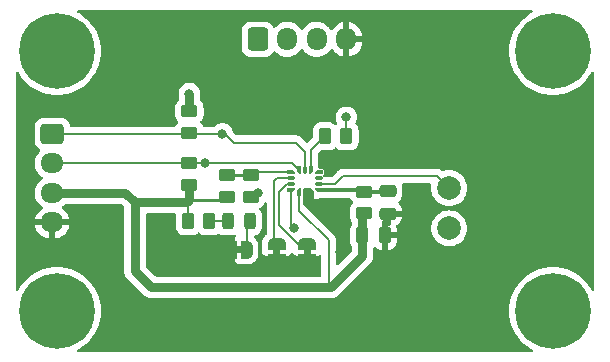
<source format=gbr>
%TF.GenerationSoftware,KiCad,Pcbnew,(6.0.6)*%
%TF.CreationDate,2022-09-16T10:14:36+09:00*%
%TF.ProjectId,LSM6DS3-breakout,4c534d36-4453-4332-9d62-7265616b6f75,rev?*%
%TF.SameCoordinates,Original*%
%TF.FileFunction,Copper,L1,Top*%
%TF.FilePolarity,Positive*%
%FSLAX46Y46*%
G04 Gerber Fmt 4.6, Leading zero omitted, Abs format (unit mm)*
G04 Created by KiCad (PCBNEW (6.0.6)) date 2022-09-16 10:14:36*
%MOMM*%
%LPD*%
G01*
G04 APERTURE LIST*
G04 Aperture macros list*
%AMRoundRect*
0 Rectangle with rounded corners*
0 $1 Rounding radius*
0 $2 $3 $4 $5 $6 $7 $8 $9 X,Y pos of 4 corners*
0 Add a 4 corners polygon primitive as box body*
4,1,4,$2,$3,$4,$5,$6,$7,$8,$9,$2,$3,0*
0 Add four circle primitives for the rounded corners*
1,1,$1+$1,$2,$3*
1,1,$1+$1,$4,$5*
1,1,$1+$1,$6,$7*
1,1,$1+$1,$8,$9*
0 Add four rect primitives between the rounded corners*
20,1,$1+$1,$2,$3,$4,$5,0*
20,1,$1+$1,$4,$5,$6,$7,0*
20,1,$1+$1,$6,$7,$8,$9,0*
20,1,$1+$1,$8,$9,$2,$3,0*%
%AMFreePoly0*
4,1,48,0.036020,0.199191,0.037970,0.199714,0.040958,0.198321,0.057086,0.195477,0.069630,0.184951,0.084467,0.178033,0.290533,-0.028033,0.293203,-0.031847,0.294953,-0.032857,0.296081,-0.035957,0.305473,-0.049370,0.306900,-0.065680,0.312500,-0.081066,0.312500,-0.125000,0.310782,-0.134742,0.311361,-0.138024,0.309695,-0.140910,0.307977,-0.150652,0.295451,-0.165579,0.285709,-0.182453,
0.279350,-0.184767,0.275000,-0.189952,0.255809,-0.193336,0.237500,-0.200000,-0.237500,-0.200000,-0.247242,-0.198282,-0.250524,-0.198861,-0.253410,-0.197195,-0.263152,-0.195477,-0.278079,-0.182951,-0.294953,-0.173209,-0.297267,-0.166850,-0.302452,-0.162500,-0.305836,-0.143309,-0.312500,-0.125000,-0.312500,0.125000,-0.310782,0.134742,-0.311361,0.138024,-0.309695,0.140910,-0.307977,0.150652,
-0.295451,0.165579,-0.285709,0.182453,-0.279350,0.184767,-0.275000,0.189952,-0.255809,0.193336,-0.237500,0.200000,0.031434,0.200000,0.036020,0.199191,0.036020,0.199191,$1*%
%AMFreePoly1*
4,1,48,0.247242,0.198282,0.250524,0.198861,0.253410,0.197195,0.263152,0.195477,0.278079,0.182951,0.294953,0.173209,0.297267,0.166850,0.302452,0.162500,0.305836,0.143309,0.312500,0.125000,0.312500,0.081066,0.311691,0.076480,0.312214,0.074529,0.310820,0.071540,0.307977,0.055414,0.297452,0.042871,0.290533,0.028033,0.084467,-0.178033,0.080653,-0.180703,0.079643,-0.182453,
0.076543,-0.183581,0.063130,-0.192973,0.046819,-0.194400,0.031434,-0.200000,-0.237500,-0.200000,-0.247242,-0.198282,-0.250524,-0.198861,-0.253410,-0.197195,-0.263152,-0.195477,-0.278079,-0.182951,-0.294953,-0.173209,-0.297267,-0.166850,-0.302452,-0.162500,-0.305836,-0.143309,-0.312500,-0.125000,-0.312500,0.125000,-0.310782,0.134742,-0.311361,0.138024,-0.309695,0.140910,-0.307977,0.150652,
-0.295451,0.165579,-0.285709,0.182453,-0.279350,0.184767,-0.275000,0.189952,-0.255809,0.193336,-0.237500,0.200000,0.237500,0.200000,0.247242,0.198282,0.247242,0.198282,$1*%
%AMFreePoly2*
4,1,48,0.134742,0.310782,0.138024,0.311361,0.140910,0.309695,0.150652,0.307977,0.165579,0.295451,0.182453,0.285709,0.184767,0.279350,0.189952,0.275000,0.193336,0.255809,0.200000,0.237500,0.200000,-0.237500,0.198282,-0.247242,0.198861,-0.250524,0.197195,-0.253410,0.195477,-0.263152,0.182951,-0.278079,0.173209,-0.294953,0.166850,-0.297267,0.162500,-0.302452,0.143309,-0.305836,
0.125000,-0.312500,-0.125000,-0.312500,-0.134742,-0.310782,-0.138024,-0.311361,-0.140910,-0.309695,-0.150652,-0.307977,-0.165579,-0.295451,-0.182453,-0.285709,-0.184767,-0.279350,-0.189952,-0.275000,-0.193336,-0.255809,-0.200000,-0.237500,-0.200000,0.031434,-0.199191,0.036020,-0.199714,0.037970,-0.198321,0.040958,-0.195477,0.057086,-0.184951,0.069630,-0.178033,0.084467,0.028033,0.290533,
0.031847,0.293203,0.032857,0.294953,0.035957,0.296081,0.049370,0.305473,0.065680,0.306900,0.081066,0.312500,0.125000,0.312500,0.134742,0.310782,0.134742,0.310782,$1*%
%AMFreePoly3*
4,1,48,-0.076480,0.311691,-0.074530,0.312214,-0.071542,0.310821,-0.055414,0.307977,-0.042870,0.297451,-0.028033,0.290533,0.178033,0.084467,0.180703,0.080653,0.182453,0.079643,0.183581,0.076543,0.192973,0.063130,0.194400,0.046820,0.200000,0.031434,0.200000,-0.237500,0.198282,-0.247242,0.198861,-0.250524,0.197195,-0.253410,0.195477,-0.263152,0.182951,-0.278079,0.173209,-0.294953,
0.166850,-0.297267,0.162500,-0.302452,0.143309,-0.305836,0.125000,-0.312500,-0.125000,-0.312500,-0.134742,-0.310782,-0.138024,-0.311361,-0.140910,-0.309695,-0.150652,-0.307977,-0.165579,-0.295451,-0.182453,-0.285709,-0.184767,-0.279350,-0.189952,-0.275000,-0.193336,-0.255809,-0.200000,-0.237500,-0.200000,0.237500,-0.198282,0.247242,-0.198861,0.250524,-0.197195,0.253410,-0.195477,0.263152,
-0.182951,0.278079,-0.173209,0.294953,-0.166850,0.297267,-0.162500,0.302452,-0.143309,0.305836,-0.125000,0.312500,-0.081066,0.312500,-0.076480,0.311691,-0.076480,0.311691,$1*%
%AMFreePoly4*
4,1,48,0.247242,0.198282,0.250524,0.198861,0.253410,0.197195,0.263152,0.195477,0.278079,0.182951,0.294953,0.173209,0.297267,0.166850,0.302452,0.162500,0.305836,0.143309,0.312500,0.125000,0.312500,-0.125000,0.310782,-0.134742,0.311361,-0.138024,0.309695,-0.140910,0.307977,-0.150652,0.295451,-0.165579,0.285709,-0.182453,0.279350,-0.184767,0.275000,-0.189952,0.255809,-0.193336,
0.237500,-0.200000,-0.031434,-0.200000,-0.036020,-0.199191,-0.037971,-0.199714,-0.040960,-0.198320,-0.057086,-0.195477,-0.069629,-0.184952,-0.084467,-0.178033,-0.290533,0.028033,-0.293203,0.031847,-0.294953,0.032857,-0.296081,0.035957,-0.305473,0.049370,-0.306900,0.065681,-0.312500,0.081066,-0.312500,0.125000,-0.310782,0.134742,-0.311361,0.138024,-0.309695,0.140910,-0.307977,0.150652,
-0.295451,0.165579,-0.285709,0.182453,-0.279350,0.184767,-0.275000,0.189952,-0.255809,0.193336,-0.237500,0.200000,0.237500,0.200000,0.247242,0.198282,0.247242,0.198282,$1*%
%AMFreePoly5*
4,1,48,0.247242,0.198282,0.250524,0.198861,0.253410,0.197195,0.263152,0.195477,0.278079,0.182951,0.294953,0.173209,0.297267,0.166850,0.302452,0.162500,0.305836,0.143309,0.312500,0.125000,0.312500,-0.125000,0.310782,-0.134742,0.311361,-0.138024,0.309695,-0.140910,0.307977,-0.150652,0.295451,-0.165579,0.285709,-0.182453,0.279350,-0.184767,0.275000,-0.189952,0.255809,-0.193336,
0.237500,-0.200000,-0.237500,-0.200000,-0.247242,-0.198282,-0.250524,-0.198861,-0.253410,-0.197195,-0.263152,-0.195477,-0.278079,-0.182951,-0.294953,-0.173209,-0.297267,-0.166850,-0.302452,-0.162500,-0.305836,-0.143309,-0.312500,-0.125000,-0.312500,-0.081066,-0.311691,-0.076480,-0.312214,-0.074530,-0.310821,-0.071542,-0.307977,-0.055414,-0.297451,-0.042870,-0.290533,-0.028033,-0.084467,0.178033,
-0.080653,0.180703,-0.079643,0.182453,-0.076543,0.183581,-0.063130,0.192973,-0.046820,0.194400,-0.031434,0.200000,0.237500,0.200000,0.247242,0.198282,0.247242,0.198282,$1*%
%AMFreePoly6*
4,1,48,0.134742,0.310782,0.138024,0.311361,0.140910,0.309695,0.150652,0.307977,0.165579,0.295451,0.182453,0.285709,0.184767,0.279350,0.189952,0.275000,0.193336,0.255809,0.200000,0.237500,0.200000,-0.031434,0.199191,-0.036020,0.199714,-0.037971,0.198320,-0.040960,0.195477,-0.057086,0.184952,-0.069629,0.178033,-0.084467,-0.028033,-0.290533,-0.031847,-0.293203,-0.032857,-0.294953,
-0.035957,-0.296081,-0.049370,-0.305473,-0.065681,-0.306900,-0.081066,-0.312500,-0.125000,-0.312500,-0.134742,-0.310782,-0.138024,-0.311361,-0.140910,-0.309695,-0.150652,-0.307977,-0.165579,-0.295451,-0.182453,-0.285709,-0.184767,-0.279350,-0.189952,-0.275000,-0.193336,-0.255809,-0.200000,-0.237500,-0.200000,0.237500,-0.198282,0.247242,-0.198861,0.250524,-0.197195,0.253410,-0.195477,0.263152,
-0.182951,0.278079,-0.173209,0.294953,-0.166850,0.297267,-0.162500,0.302452,-0.143309,0.305836,-0.125000,0.312500,0.125000,0.312500,0.134742,0.310782,0.134742,0.310782,$1*%
%AMFreePoly7*
4,1,48,0.134742,0.310782,0.138024,0.311361,0.140910,0.309695,0.150652,0.307977,0.165579,0.295451,0.182453,0.285709,0.184767,0.279350,0.189952,0.275000,0.193336,0.255809,0.200000,0.237500,0.200000,-0.237500,0.198282,-0.247242,0.198861,-0.250524,0.197195,-0.253410,0.195477,-0.263152,0.182951,-0.278079,0.173209,-0.294953,0.166850,-0.297267,0.162500,-0.302452,0.143309,-0.305836,
0.125000,-0.312500,0.081066,-0.312500,0.076480,-0.311691,0.074529,-0.312214,0.071540,-0.310820,0.055414,-0.307977,0.042871,-0.297452,0.028033,-0.290533,-0.178033,-0.084467,-0.180703,-0.080653,-0.182453,-0.079643,-0.183581,-0.076543,-0.192973,-0.063130,-0.194400,-0.046819,-0.200000,-0.031434,-0.200000,0.237500,-0.198282,0.247242,-0.198861,0.250524,-0.197195,0.253410,-0.195477,0.263152,
-0.182951,0.278079,-0.173209,0.294953,-0.166850,0.297267,-0.162500,0.302452,-0.143309,0.305836,-0.125000,0.312500,0.125000,0.312500,0.134742,0.310782,0.134742,0.310782,$1*%
%AMFreePoly8*
4,1,22,0.500000,-0.750000,0.000000,-0.750000,0.000000,-0.745033,-0.079941,-0.743568,-0.215256,-0.701293,-0.333266,-0.622738,-0.424486,-0.514219,-0.481581,-0.384460,-0.499164,-0.250000,-0.500000,-0.250000,-0.500000,0.250000,-0.499164,0.250000,-0.499963,0.256109,-0.478152,0.396186,-0.417904,0.524511,-0.324060,0.630769,-0.204165,0.706417,-0.067858,0.745374,0.000000,0.744959,0.000000,0.750000,
0.500000,0.750000,0.500000,-0.750000,0.500000,-0.750000,$1*%
%AMFreePoly9*
4,1,20,0.000000,0.744959,0.073905,0.744508,0.209726,0.703889,0.328688,0.626782,0.421226,0.519385,0.479903,0.390333,0.500000,0.250000,0.500000,-0.250000,0.499851,-0.262216,0.476331,-0.402017,0.414519,-0.529596,0.319384,-0.634700,0.198574,-0.708877,0.061801,-0.746166,0.000000,-0.745033,0.000000,-0.750000,-0.500000,-0.750000,-0.500000,0.750000,0.000000,0.750000,0.000000,0.744959,
0.000000,0.744959,$1*%
G04 Aperture macros list end*
%TA.AperFunction,ComponentPad*%
%ADD10C,0.800000*%
%TD*%
%TA.AperFunction,ComponentPad*%
%ADD11C,6.400000*%
%TD*%
%TA.AperFunction,SMDPad,CuDef*%
%ADD12RoundRect,0.250000X-0.250000X-0.475000X0.250000X-0.475000X0.250000X0.475000X-0.250000X0.475000X0*%
%TD*%
%TA.AperFunction,SMDPad,CuDef*%
%ADD13RoundRect,0.250000X0.262500X0.450000X-0.262500X0.450000X-0.262500X-0.450000X0.262500X-0.450000X0*%
%TD*%
%TA.AperFunction,SMDPad,CuDef*%
%ADD14RoundRect,0.250000X0.450000X-0.262500X0.450000X0.262500X-0.450000X0.262500X-0.450000X-0.262500X0*%
%TD*%
%TA.AperFunction,ComponentPad*%
%ADD15C,2.000000*%
%TD*%
%TA.AperFunction,ComponentPad*%
%ADD16RoundRect,0.250000X-0.600000X-0.725000X0.600000X-0.725000X0.600000X0.725000X-0.600000X0.725000X0*%
%TD*%
%TA.AperFunction,ComponentPad*%
%ADD17O,1.700000X1.950000*%
%TD*%
%TA.AperFunction,SMDPad,CuDef*%
%ADD18FreePoly0,0.000000*%
%TD*%
%TA.AperFunction,SMDPad,CuDef*%
%ADD19RoundRect,0.100000X-0.212500X-0.100000X0.212500X-0.100000X0.212500X0.100000X-0.212500X0.100000X0*%
%TD*%
%TA.AperFunction,SMDPad,CuDef*%
%ADD20FreePoly1,0.000000*%
%TD*%
%TA.AperFunction,SMDPad,CuDef*%
%ADD21FreePoly2,0.000000*%
%TD*%
%TA.AperFunction,SMDPad,CuDef*%
%ADD22RoundRect,0.100000X-0.100000X-0.212500X0.100000X-0.212500X0.100000X0.212500X-0.100000X0.212500X0*%
%TD*%
%TA.AperFunction,SMDPad,CuDef*%
%ADD23FreePoly3,0.000000*%
%TD*%
%TA.AperFunction,SMDPad,CuDef*%
%ADD24FreePoly4,0.000000*%
%TD*%
%TA.AperFunction,SMDPad,CuDef*%
%ADD25FreePoly5,0.000000*%
%TD*%
%TA.AperFunction,SMDPad,CuDef*%
%ADD26FreePoly6,0.000000*%
%TD*%
%TA.AperFunction,SMDPad,CuDef*%
%ADD27FreePoly7,0.000000*%
%TD*%
%TA.AperFunction,SMDPad,CuDef*%
%ADD28RoundRect,0.250000X-0.450000X0.262500X-0.450000X-0.262500X0.450000X-0.262500X0.450000X0.262500X0*%
%TD*%
%TA.AperFunction,SMDPad,CuDef*%
%ADD29FreePoly8,180.000000*%
%TD*%
%TA.AperFunction,SMDPad,CuDef*%
%ADD30FreePoly9,180.000000*%
%TD*%
%TA.AperFunction,SMDPad,CuDef*%
%ADD31FreePoly8,270.000000*%
%TD*%
%TA.AperFunction,SMDPad,CuDef*%
%ADD32FreePoly9,270.000000*%
%TD*%
%TA.AperFunction,ComponentPad*%
%ADD33RoundRect,0.250000X-0.725000X0.600000X-0.725000X-0.600000X0.725000X-0.600000X0.725000X0.600000X0*%
%TD*%
%TA.AperFunction,ComponentPad*%
%ADD34O,1.950000X1.700000*%
%TD*%
%TA.AperFunction,SMDPad,CuDef*%
%ADD35RoundRect,0.250000X-0.262500X-0.450000X0.262500X-0.450000X0.262500X0.450000X-0.262500X0.450000X0*%
%TD*%
%TA.AperFunction,SMDPad,CuDef*%
%ADD36RoundRect,0.243750X0.243750X0.456250X-0.243750X0.456250X-0.243750X-0.456250X0.243750X-0.456250X0*%
%TD*%
%TA.AperFunction,SMDPad,CuDef*%
%ADD37RoundRect,0.250000X-0.475000X0.250000X-0.475000X-0.250000X0.475000X-0.250000X0.475000X0.250000X0*%
%TD*%
%TA.AperFunction,ViaPad*%
%ADD38C,0.800000*%
%TD*%
%TA.AperFunction,Conductor*%
%ADD39C,0.200000*%
%TD*%
%TA.AperFunction,Conductor*%
%ADD40C,0.800000*%
%TD*%
%TA.AperFunction,Conductor*%
%ADD41C,0.250000*%
%TD*%
%TA.AperFunction,Conductor*%
%ADD42C,0.300000*%
%TD*%
G04 APERTURE END LIST*
%TO.C,JP1*%
G36*
X119650000Y-86100000D02*
G01*
X119150000Y-86100000D01*
X119150000Y-85500000D01*
X119650000Y-85500000D01*
X119650000Y-86100000D01*
G37*
%TO.C,JP3*%
G36*
X122900000Y-86250000D02*
G01*
X122300000Y-86250000D01*
X122300000Y-85750000D01*
X122900000Y-85750000D01*
X122900000Y-86250000D01*
G37*
%TO.C,JP2*%
G36*
X125500000Y-86250000D02*
G01*
X124900000Y-86250000D01*
X124900000Y-85750000D01*
X125500000Y-85750000D01*
X125500000Y-86250000D01*
G37*
%TD*%
D10*
%TO.P,H3,1*%
%TO.N,N/C*%
X105697056Y-92697056D03*
X104000000Y-88600000D03*
X102302944Y-92697056D03*
X102302944Y-89302944D03*
D11*
X104000000Y-91000000D03*
D10*
X106400000Y-91000000D03*
X105697056Y-89302944D03*
X101600000Y-91000000D03*
X104000000Y-93400000D03*
%TD*%
D12*
%TO.P,C1,1*%
%TO.N,+3.3V*%
X129850000Y-84600000D03*
%TO.P,C1,2*%
%TO.N,GND*%
X131750000Y-84600000D03*
%TD*%
D13*
%TO.P,R3,1*%
%TO.N,+3.3V*%
X128512500Y-76200000D03*
%TO.P,R3,2*%
%TO.N,CS*%
X126687500Y-76200000D03*
%TD*%
D14*
%TO.P,FB1,1*%
%TO.N,+3.3V*%
X130000000Y-82712500D03*
%TO.P,FB1,2*%
%TO.N,Net-(C2-Pad1)*%
X130000000Y-80887500D03*
%TD*%
D15*
%TO.P,TP2,1,1*%
%TO.N,INT2*%
X137200000Y-80600000D03*
%TD*%
D16*
%TO.P,J2,1,Pin_1*%
%TO.N,SCL*%
X121000000Y-68000000D03*
D17*
%TO.P,J2,2,Pin_2*%
%TO.N,SDA*%
X123500000Y-68000000D03*
%TO.P,J2,3,Pin_3*%
%TO.N,+3.3V*%
X126000000Y-68000000D03*
%TO.P,J2,4,Pin_4*%
%TO.N,GND*%
X128500000Y-68000000D03*
%TD*%
D18*
%TO.P,U1,1,SDO/SA0*%
%TO.N,SDO{slash}SA0*%
X123837500Y-79250000D03*
D19*
%TO.P,U1,2,SDX*%
%TO.N,SDX*%
X123837500Y-79750000D03*
%TO.P,U1,3,SCX*%
%TO.N,SCX*%
X123837500Y-80250000D03*
D20*
%TO.P,U1,4,INT1*%
%TO.N,INT1*%
X123837500Y-80750000D03*
D21*
%TO.P,U1,5,VDDIO*%
%TO.N,+3.3V*%
X124500000Y-80912500D03*
D22*
%TO.P,U1,6,GND*%
%TO.N,GND*%
X125000000Y-80912500D03*
D23*
%TO.P,U1,7,GND*%
X125500000Y-80912500D03*
D24*
%TO.P,U1,8,VDD*%
%TO.N,Net-(C2-Pad1)*%
X126162500Y-80750000D03*
D19*
%TO.P,U1,9,INT2*%
%TO.N,INT2*%
X126162500Y-80250000D03*
%TO.P,U1,10,NC*%
%TO.N,unconnected-(U1-Pad10)*%
X126162500Y-79750000D03*
D25*
%TO.P,U1,11,NC*%
%TO.N,unconnected-(U1-Pad11)*%
X126162500Y-79250000D03*
D26*
%TO.P,U1,12,CS*%
%TO.N,CS*%
X125500000Y-79087500D03*
D22*
%TO.P,U1,13,SCL*%
%TO.N,SCL*%
X125000000Y-79087500D03*
D27*
%TO.P,U1,14,SDA*%
%TO.N,SDA*%
X124500000Y-79087500D03*
%TD*%
D28*
%TO.P,R6,1*%
%TO.N,SDO{slash}SA0*%
X120400000Y-79487500D03*
%TO.P,R6,2*%
%TO.N,GND*%
X120400000Y-81312500D03*
%TD*%
%TO.P,R2,1*%
%TO.N,+3.3V*%
X115200000Y-74087500D03*
%TO.P,R2,2*%
%TO.N,SCL*%
X115200000Y-75912500D03*
%TD*%
D10*
%TO.P,H4,1*%
%TO.N,N/C*%
X102302944Y-70697056D03*
X104000000Y-71400000D03*
D11*
X104000000Y-69000000D03*
D10*
X101600000Y-69000000D03*
X102302944Y-67302944D03*
X104000000Y-66600000D03*
X105697056Y-67302944D03*
X105697056Y-70697056D03*
X106400000Y-69000000D03*
%TD*%
D29*
%TO.P,JP1,1,A*%
%TO.N,Net-(D1-Pad1)*%
X120050000Y-85800000D03*
D30*
%TO.P,JP1,2,B*%
%TO.N,GND*%
X118750000Y-85800000D03*
%TD*%
D31*
%TO.P,JP3,1,A*%
%TO.N,SDX*%
X122600000Y-85350000D03*
D32*
%TO.P,JP3,2,B*%
%TO.N,GND*%
X122600000Y-86650000D03*
%TD*%
D33*
%TO.P,J1,1,Pin_1*%
%TO.N,SCL*%
X103600000Y-76000000D03*
D34*
%TO.P,J1,2,Pin_2*%
%TO.N,SDA*%
X103600000Y-78500000D03*
%TO.P,J1,3,Pin_3*%
%TO.N,+3.3V*%
X103600000Y-81000000D03*
%TO.P,J1,4,Pin_4*%
%TO.N,GND*%
X103600000Y-83500000D03*
%TD*%
D35*
%TO.P,R1,1*%
%TO.N,+3.3V*%
X115087500Y-83400000D03*
%TO.P,R1,2*%
%TO.N,Net-(D1-Pad2)*%
X116912500Y-83400000D03*
%TD*%
D36*
%TO.P,D1,1,K*%
%TO.N,Net-(D1-Pad1)*%
X120337500Y-83400000D03*
%TO.P,D1,2,A*%
%TO.N,Net-(D1-Pad2)*%
X118462500Y-83400000D03*
%TD*%
D31*
%TO.P,JP2,1,A*%
%TO.N,SCX*%
X125200000Y-85350000D03*
D32*
%TO.P,JP2,2,B*%
%TO.N,GND*%
X125200000Y-86650000D03*
%TD*%
D11*
%TO.P,H2,1*%
%TO.N,N/C*%
X146000000Y-91000000D03*
D10*
X146000000Y-93400000D03*
X144302944Y-92697056D03*
X147697056Y-92697056D03*
X148400000Y-91000000D03*
X143600000Y-91000000D03*
X144302944Y-89302944D03*
X147697056Y-89302944D03*
X146000000Y-88600000D03*
%TD*%
%TO.P,H1,1*%
%TO.N,N/C*%
X143600000Y-69000000D03*
X146000000Y-66600000D03*
X148400000Y-69000000D03*
X147697056Y-67302944D03*
X144302944Y-70697056D03*
X144302944Y-67302944D03*
X147697056Y-70697056D03*
X146000000Y-71400000D03*
D11*
X146000000Y-69000000D03*
%TD*%
D14*
%TO.P,R4,1*%
%TO.N,+3.3V*%
X115200000Y-80312500D03*
%TO.P,R4,2*%
%TO.N,SDA*%
X115200000Y-78487500D03*
%TD*%
D37*
%TO.P,C2,1*%
%TO.N,Net-(C2-Pad1)*%
X132000000Y-80850000D03*
%TO.P,C2,2*%
%TO.N,GND*%
X132000000Y-82750000D03*
%TD*%
D15*
%TO.P,TP1,1,1*%
%TO.N,INT1*%
X137200000Y-84000000D03*
%TD*%
D14*
%TO.P,R5,1*%
%TO.N,+3.3V*%
X118400000Y-81312500D03*
%TO.P,R5,2*%
%TO.N,SDO{slash}SA0*%
X118400000Y-79487500D03*
%TD*%
D38*
%TO.N,+3.3V*%
X128500000Y-74600000D03*
X115200000Y-72600000D03*
X115200000Y-81600000D03*
%TO.N,GND*%
X140000000Y-70000000D03*
X140000000Y-75000000D03*
X121000000Y-81000000D03*
X127600000Y-81900000D03*
X145000000Y-85000000D03*
X145000000Y-80000000D03*
X110000000Y-70000000D03*
X135000000Y-75000000D03*
X110000000Y-90000000D03*
X135000000Y-90000000D03*
X145000000Y-75000000D03*
X140000000Y-85000000D03*
X113000000Y-86000000D03*
X115000000Y-86000000D03*
X125000000Y-75000000D03*
X110000000Y-75000000D03*
X135000000Y-70000000D03*
X128500000Y-81900000D03*
X128000000Y-86000000D03*
X130000000Y-90000000D03*
X140000000Y-90000000D03*
%TO.N,SCL*%
X118000000Y-76000000D03*
%TO.N,SDA*%
X116500000Y-78500000D03*
%TO.N,INT1*%
X124044622Y-83955378D03*
%TD*%
D39*
%TO.N,+3.3V*%
X124500000Y-82500000D02*
X127000000Y-85000000D01*
D40*
X112000000Y-89000000D02*
X127200000Y-89000000D01*
D39*
X127000000Y-85000000D02*
X127000000Y-89000000D01*
D40*
X109800000Y-81000000D02*
X110600000Y-81800000D01*
X110600000Y-81800000D02*
X110600000Y-87600000D01*
D39*
X128512500Y-74612500D02*
X128500000Y-74600000D01*
D40*
X129850000Y-86350000D02*
X129850000Y-84600000D01*
D41*
X118112500Y-81600000D02*
X115200000Y-81600000D01*
D40*
X110600000Y-87600000D02*
X112000000Y-89000000D01*
D39*
X115087500Y-83400000D02*
X115087500Y-81712500D01*
D40*
X129850000Y-84600000D02*
X129850000Y-82862500D01*
D39*
X128512500Y-76200000D02*
X128512500Y-74612500D01*
X115087500Y-81712500D02*
X115200000Y-81600000D01*
D40*
X127200000Y-89000000D02*
X129600000Y-86600000D01*
X103600000Y-81000000D02*
X109800000Y-81000000D01*
X129600000Y-86600000D02*
X129850000Y-86350000D01*
X115000000Y-81800000D02*
X115200000Y-81600000D01*
X129850000Y-82862500D02*
X130000000Y-82712500D01*
X115200000Y-80312500D02*
X115200000Y-81600000D01*
D41*
X118400000Y-81312500D02*
X118112500Y-81600000D01*
D39*
X124500000Y-80912500D02*
X124500000Y-82500000D01*
D40*
X115200000Y-72600000D02*
X115200000Y-74087500D01*
X110600000Y-81800000D02*
X115000000Y-81800000D01*
D39*
%TO.N,GND*%
X120687500Y-81312500D02*
X121000000Y-81000000D01*
X120400000Y-81312500D02*
X120687500Y-81312500D01*
D42*
%TO.N,Net-(C2-Pad1)*%
X130000000Y-80887500D02*
X131962500Y-80887500D01*
X129912500Y-80800000D02*
X126162500Y-80800000D01*
X131962500Y-80887500D02*
X132000000Y-80850000D01*
X130000000Y-80887500D02*
X129912500Y-80800000D01*
D39*
%TO.N,Net-(D1-Pad1)*%
X120050000Y-83687500D02*
X120337500Y-83400000D01*
X120050000Y-85800000D02*
X120050000Y-83687500D01*
%TO.N,Net-(D1-Pad2)*%
X116912500Y-83400000D02*
X118462500Y-83400000D01*
%TO.N,SCL*%
X118200000Y-76000000D02*
X118000000Y-76000000D01*
X125000000Y-77500000D02*
X124250000Y-76750000D01*
X118200000Y-76000000D02*
X118950000Y-76750000D01*
X125000000Y-79087500D02*
X125000000Y-77500000D01*
X118000000Y-76000000D02*
X103600000Y-76000000D01*
X118950000Y-76750000D02*
X124250000Y-76750000D01*
%TO.N,SDA*%
X116500000Y-78500000D02*
X103600000Y-78500000D01*
X124500000Y-79087500D02*
X123912500Y-78500000D01*
X123912500Y-78500000D02*
X116500000Y-78500000D01*
%TO.N,SCX*%
X122800000Y-80894670D02*
X122800000Y-83700000D01*
X123444670Y-80250000D02*
X122800000Y-80894670D01*
X123837500Y-80250000D02*
X123444670Y-80250000D01*
X122800000Y-83700000D02*
X124450000Y-85350000D01*
X124450000Y-85350000D02*
X125200000Y-85350000D01*
%TO.N,SDX*%
X122400000Y-85150000D02*
X122600000Y-85350000D01*
X122650000Y-79750000D02*
X122400000Y-80000000D01*
X122400000Y-80000000D02*
X122400000Y-85150000D01*
X123837500Y-79750000D02*
X122650000Y-79750000D01*
%TO.N,CS*%
X125500000Y-77387500D02*
X126687500Y-76200000D01*
X125500000Y-79087500D02*
X125500000Y-77387500D01*
%TO.N,SDO{slash}SA0*%
X120400000Y-79400000D02*
X120400000Y-79487500D01*
X120550000Y-79250000D02*
X120400000Y-79400000D01*
D41*
X118400000Y-79487500D02*
X120400000Y-79487500D01*
D39*
X123837500Y-79250000D02*
X120550000Y-79250000D01*
%TO.N,INT1*%
X124044622Y-83955378D02*
X123837500Y-83748256D01*
X123837500Y-83748256D02*
X123837500Y-80750000D01*
%TO.N,INT2*%
X127550000Y-80250000D02*
X128200000Y-79600000D01*
X128200000Y-79600000D02*
X136200000Y-79600000D01*
X126162500Y-80250000D02*
X127550000Y-80250000D01*
X136200000Y-79600000D02*
X137200000Y-80600000D01*
%TD*%
%TA.AperFunction,Conductor*%
%TO.N,GND*%
G36*
X125762924Y-80862924D02*
G01*
X125773002Y-80926555D01*
X125800000Y-80979541D01*
X125800000Y-81500000D01*
X128800000Y-81500000D01*
X128800000Y-82300000D01*
X125100000Y-82300000D01*
X124854500Y-81972667D01*
X124854500Y-80883049D01*
X124840025Y-80796083D01*
X124819079Y-80757263D01*
X124804253Y-80695747D01*
X124900000Y-80600000D01*
X125500000Y-80600000D01*
X125762924Y-80862924D01*
G37*
%TD.AperFunction*%
%TD*%
%TA.AperFunction,Conductor*%
%TO.N,GND*%
G36*
X144227076Y-65528502D02*
G01*
X144273569Y-65582158D01*
X144283673Y-65652432D01*
X144254179Y-65717012D01*
X144216158Y-65746767D01*
X144146147Y-65782439D01*
X144146140Y-65782443D01*
X144143206Y-65783938D01*
X143817207Y-65995643D01*
X143515124Y-66240266D01*
X143240266Y-66515124D01*
X143238194Y-66517682D01*
X143238191Y-66517686D01*
X143185394Y-66582885D01*
X142995643Y-66817207D01*
X142993848Y-66819970D01*
X142993848Y-66819971D01*
X142789455Y-67134711D01*
X142783938Y-67143206D01*
X142782443Y-67146140D01*
X142782439Y-67146147D01*
X142644216Y-67417425D01*
X142607468Y-67489547D01*
X142468167Y-67852438D01*
X142367562Y-68227901D01*
X142306754Y-68611824D01*
X142286411Y-69000000D01*
X142306754Y-69388176D01*
X142307267Y-69391416D01*
X142307268Y-69391424D01*
X142321800Y-69483172D01*
X142367562Y-69772099D01*
X142468167Y-70147562D01*
X142607468Y-70510453D01*
X142608966Y-70513393D01*
X142720468Y-70732227D01*
X142783938Y-70856794D01*
X142995643Y-71182793D01*
X143240266Y-71484876D01*
X143515124Y-71759734D01*
X143817207Y-72004357D01*
X144143205Y-72216062D01*
X144146139Y-72217557D01*
X144146146Y-72217561D01*
X144486607Y-72391034D01*
X144489547Y-72392532D01*
X144852438Y-72531833D01*
X145227901Y-72632438D01*
X145431793Y-72664732D01*
X145608576Y-72692732D01*
X145608584Y-72692733D01*
X145611824Y-72693246D01*
X146000000Y-72713589D01*
X146388176Y-72693246D01*
X146391416Y-72692733D01*
X146391424Y-72692732D01*
X146568207Y-72664732D01*
X146772099Y-72632438D01*
X147147562Y-72531833D01*
X147510453Y-72392532D01*
X147513393Y-72391034D01*
X147853854Y-72217561D01*
X147853861Y-72217557D01*
X147856795Y-72216062D01*
X148182793Y-72004357D01*
X148484876Y-71759734D01*
X148759734Y-71484876D01*
X149004357Y-71182793D01*
X149216062Y-70856794D01*
X149253233Y-70783842D01*
X149301981Y-70732227D01*
X149370896Y-70715161D01*
X149438098Y-70738062D01*
X149482250Y-70793659D01*
X149491500Y-70841045D01*
X149491500Y-89158955D01*
X149471498Y-89227076D01*
X149417842Y-89273569D01*
X149347568Y-89283673D01*
X149282988Y-89254179D01*
X149253233Y-89216158D01*
X149217561Y-89146147D01*
X149217557Y-89146140D01*
X149216062Y-89143206D01*
X149004357Y-88817207D01*
X148759734Y-88515124D01*
X148484876Y-88240266D01*
X148469780Y-88228041D01*
X148301166Y-88091500D01*
X148182793Y-87995643D01*
X148096967Y-87939907D01*
X147859564Y-87785736D01*
X147859561Y-87785734D01*
X147856795Y-87783938D01*
X147853861Y-87782443D01*
X147853854Y-87782439D01*
X147513393Y-87608966D01*
X147510453Y-87607468D01*
X147147562Y-87468167D01*
X146772099Y-87367562D01*
X146568207Y-87335268D01*
X146391424Y-87307268D01*
X146391416Y-87307267D01*
X146388176Y-87306754D01*
X146000000Y-87286411D01*
X145611824Y-87306754D01*
X145608584Y-87307267D01*
X145608576Y-87307268D01*
X145431793Y-87335268D01*
X145227901Y-87367562D01*
X144852438Y-87468167D01*
X144489547Y-87607468D01*
X144486607Y-87608966D01*
X144146147Y-87782439D01*
X144146140Y-87782443D01*
X144143206Y-87783938D01*
X144140440Y-87785734D01*
X144140437Y-87785736D01*
X143863623Y-87965500D01*
X143817207Y-87995643D01*
X143698834Y-88091500D01*
X143530221Y-88228041D01*
X143515124Y-88240266D01*
X143240266Y-88515124D01*
X142995643Y-88817207D01*
X142783938Y-89143206D01*
X142782443Y-89146140D01*
X142782439Y-89146147D01*
X142712366Y-89283673D01*
X142607468Y-89489547D01*
X142536764Y-89673736D01*
X142474259Y-89836569D01*
X142468167Y-89852438D01*
X142367562Y-90227901D01*
X142306754Y-90611824D01*
X142286411Y-91000000D01*
X142306754Y-91388176D01*
X142367562Y-91772099D01*
X142468167Y-92147562D01*
X142607468Y-92510453D01*
X142608966Y-92513393D01*
X142720468Y-92732227D01*
X142783938Y-92856794D01*
X142995643Y-93182793D01*
X143240266Y-93484876D01*
X143515124Y-93759734D01*
X143817207Y-94004357D01*
X144143205Y-94216062D01*
X144146139Y-94217557D01*
X144146146Y-94217561D01*
X144216157Y-94253233D01*
X144267772Y-94301981D01*
X144284838Y-94370896D01*
X144261937Y-94438098D01*
X144206340Y-94482250D01*
X144158954Y-94491500D01*
X105841046Y-94491500D01*
X105772925Y-94471498D01*
X105726432Y-94417842D01*
X105716328Y-94347568D01*
X105745822Y-94282988D01*
X105783843Y-94253233D01*
X105853854Y-94217561D01*
X105853861Y-94217557D01*
X105856795Y-94216062D01*
X106182793Y-94004357D01*
X106484876Y-93759734D01*
X106759734Y-93484876D01*
X107004357Y-93182793D01*
X107216062Y-92856794D01*
X107279533Y-92732227D01*
X107391034Y-92513393D01*
X107392532Y-92510453D01*
X107531833Y-92147562D01*
X107632438Y-91772099D01*
X107693246Y-91388176D01*
X107713589Y-91000000D01*
X107693246Y-90611824D01*
X107632438Y-90227901D01*
X107531833Y-89852438D01*
X107525742Y-89836569D01*
X107463236Y-89673736D01*
X107392532Y-89489547D01*
X107287634Y-89283673D01*
X107217561Y-89146147D01*
X107217557Y-89146140D01*
X107216062Y-89143206D01*
X107004357Y-88817207D01*
X106759734Y-88515124D01*
X106484876Y-88240266D01*
X106469780Y-88228041D01*
X106301166Y-88091500D01*
X106182793Y-87995643D01*
X106096967Y-87939907D01*
X105859564Y-87785736D01*
X105859561Y-87785734D01*
X105856795Y-87783938D01*
X105853861Y-87782443D01*
X105853854Y-87782439D01*
X105513393Y-87608966D01*
X105510453Y-87607468D01*
X105147562Y-87468167D01*
X104772099Y-87367562D01*
X104568207Y-87335268D01*
X104391424Y-87307268D01*
X104391416Y-87307267D01*
X104388176Y-87306754D01*
X104000000Y-87286411D01*
X103611824Y-87306754D01*
X103608584Y-87307267D01*
X103608576Y-87307268D01*
X103431793Y-87335268D01*
X103227901Y-87367562D01*
X102852438Y-87468167D01*
X102489547Y-87607468D01*
X102486607Y-87608966D01*
X102146147Y-87782439D01*
X102146140Y-87782443D01*
X102143206Y-87783938D01*
X102140440Y-87785734D01*
X102140437Y-87785736D01*
X101863623Y-87965500D01*
X101817207Y-87995643D01*
X101698834Y-88091500D01*
X101530221Y-88228041D01*
X101515124Y-88240266D01*
X101240266Y-88515124D01*
X100995643Y-88817207D01*
X100783938Y-89143206D01*
X100782443Y-89146140D01*
X100782439Y-89146147D01*
X100746767Y-89216158D01*
X100698019Y-89267773D01*
X100629104Y-89284839D01*
X100561902Y-89261938D01*
X100517750Y-89206341D01*
X100508500Y-89158955D01*
X100508500Y-83768580D01*
X102143752Y-83768580D01*
X102168477Y-83886421D01*
X102171537Y-83896617D01*
X102252263Y-84101029D01*
X102256994Y-84110561D01*
X102371016Y-84298462D01*
X102377280Y-84307052D01*
X102521327Y-84473052D01*
X102528958Y-84480472D01*
X102698911Y-84619826D01*
X102707678Y-84625850D01*
X102898682Y-84734576D01*
X102908346Y-84739041D01*
X103114941Y-84814031D01*
X103125208Y-84816802D01*
X103328174Y-84853504D01*
X103341414Y-84852085D01*
X103346000Y-84837450D01*
X103346000Y-84833849D01*
X103854000Y-84833849D01*
X103858310Y-84848527D01*
X103870193Y-84850590D01*
X103949325Y-84843876D01*
X103959797Y-84842086D01*
X104172535Y-84786870D01*
X104182575Y-84783335D01*
X104382970Y-84693063D01*
X104392256Y-84687894D01*
X104574575Y-84565150D01*
X104582870Y-84558481D01*
X104741900Y-84406772D01*
X104748941Y-84398814D01*
X104880141Y-84222475D01*
X104885745Y-84213438D01*
X104985357Y-84017516D01*
X104989357Y-84007665D01*
X105054534Y-83797760D01*
X105056817Y-83787376D01*
X105058861Y-83771957D01*
X105056665Y-83757793D01*
X105043478Y-83754000D01*
X103872115Y-83754000D01*
X103856876Y-83758475D01*
X103855671Y-83759865D01*
X103854000Y-83767548D01*
X103854000Y-84833849D01*
X103346000Y-84833849D01*
X103346000Y-83772115D01*
X103341525Y-83756876D01*
X103340135Y-83755671D01*
X103332452Y-83754000D01*
X102158808Y-83754000D01*
X102145277Y-83757973D01*
X102143752Y-83768580D01*
X100508500Y-83768580D01*
X100508500Y-80935774D01*
X102113102Y-80935774D01*
X102113302Y-80941103D01*
X102113302Y-80941105D01*
X102115498Y-80999600D01*
X102121751Y-81166158D01*
X102169093Y-81391791D01*
X102171051Y-81396750D01*
X102171052Y-81396752D01*
X102242822Y-81578483D01*
X102253776Y-81606221D01*
X102256543Y-81610780D01*
X102256544Y-81610783D01*
X102333916Y-81738287D01*
X102373377Y-81803317D01*
X102376874Y-81807347D01*
X102500779Y-81950135D01*
X102524477Y-81977445D01*
X102528608Y-81980832D01*
X102698627Y-82120240D01*
X102698633Y-82120244D01*
X102702755Y-82123624D01*
X102707398Y-82126267D01*
X102734735Y-82141829D01*
X102784041Y-82192912D01*
X102797902Y-82262542D01*
X102771918Y-82328613D01*
X102742768Y-82355851D01*
X102625422Y-82434852D01*
X102617130Y-82441519D01*
X102458100Y-82593228D01*
X102451059Y-82601186D01*
X102319859Y-82777525D01*
X102314255Y-82786562D01*
X102214643Y-82982484D01*
X102210643Y-82992335D01*
X102145466Y-83202240D01*
X102143183Y-83212624D01*
X102141139Y-83228043D01*
X102143335Y-83242207D01*
X102156522Y-83246000D01*
X105041192Y-83246000D01*
X105054723Y-83242027D01*
X105056248Y-83231420D01*
X105031523Y-83113579D01*
X105028463Y-83103383D01*
X104947737Y-82898971D01*
X104943006Y-82889439D01*
X104828984Y-82701538D01*
X104822720Y-82692948D01*
X104678673Y-82526948D01*
X104671042Y-82519528D01*
X104501089Y-82380174D01*
X104492326Y-82374152D01*
X104465289Y-82358762D01*
X104415982Y-82307680D01*
X104402120Y-82238049D01*
X104428103Y-82171978D01*
X104457253Y-82144739D01*
X104533539Y-82093380D01*
X104579319Y-82062559D01*
X104602695Y-82040260D01*
X104704303Y-81943330D01*
X104767400Y-81910783D01*
X104791275Y-81908500D01*
X109371497Y-81908500D01*
X109439618Y-81928502D01*
X109460592Y-81945405D01*
X109654595Y-82139408D01*
X109688621Y-82201720D01*
X109691500Y-82228503D01*
X109691500Y-87518583D01*
X109689949Y-87538292D01*
X109687748Y-87552190D01*
X109688093Y-87558777D01*
X109688093Y-87558782D01*
X109691327Y-87620480D01*
X109691500Y-87627074D01*
X109691500Y-87647610D01*
X109691844Y-87650882D01*
X109691844Y-87650884D01*
X109693647Y-87668042D01*
X109694164Y-87674616D01*
X109697743Y-87742903D01*
X109699453Y-87749284D01*
X109699453Y-87749286D01*
X109701383Y-87756491D01*
X109704985Y-87775925D01*
X109705766Y-87783354D01*
X109705768Y-87783363D01*
X109706458Y-87789928D01*
X109727600Y-87854997D01*
X109729467Y-87861299D01*
X109747171Y-87927370D01*
X109753559Y-87939907D01*
X109761125Y-87958173D01*
X109765473Y-87971556D01*
X109768776Y-87977278D01*
X109768777Y-87977279D01*
X109799667Y-88030782D01*
X109802814Y-88036577D01*
X109833871Y-88097530D01*
X109838024Y-88102658D01*
X109838025Y-88102660D01*
X109842727Y-88108466D01*
X109853927Y-88124763D01*
X109857657Y-88131224D01*
X109857660Y-88131228D01*
X109860960Y-88136944D01*
X109865377Y-88141850D01*
X109865381Y-88141855D01*
X109906722Y-88187769D01*
X109911006Y-88192784D01*
X109923928Y-88208741D01*
X109938443Y-88223256D01*
X109942984Y-88228041D01*
X109988747Y-88278866D01*
X109994086Y-88282745D01*
X109994087Y-88282746D01*
X110000135Y-88287140D01*
X110015168Y-88299981D01*
X111300019Y-89584832D01*
X111312860Y-89599865D01*
X111321134Y-89611253D01*
X111326043Y-89615673D01*
X111371959Y-89657016D01*
X111376744Y-89661557D01*
X111391259Y-89676072D01*
X111393823Y-89678148D01*
X111407216Y-89688994D01*
X111412231Y-89693278D01*
X111458145Y-89734619D01*
X111458150Y-89734623D01*
X111463056Y-89739040D01*
X111468772Y-89742340D01*
X111468776Y-89742343D01*
X111475237Y-89746073D01*
X111491533Y-89757273D01*
X111502470Y-89766129D01*
X111563421Y-89797185D01*
X111569215Y-89800331D01*
X111628444Y-89834527D01*
X111634726Y-89836568D01*
X111634728Y-89836569D01*
X111641826Y-89838875D01*
X111660092Y-89846440D01*
X111672630Y-89852829D01*
X111738701Y-89870533D01*
X111745003Y-89872400D01*
X111810072Y-89893542D01*
X111816637Y-89894232D01*
X111816646Y-89894234D01*
X111824075Y-89895015D01*
X111843509Y-89898617D01*
X111850714Y-89900547D01*
X111850716Y-89900547D01*
X111857097Y-89902257D01*
X111863688Y-89902602D01*
X111863692Y-89902603D01*
X111925384Y-89905836D01*
X111931958Y-89906353D01*
X111949116Y-89908156D01*
X111949118Y-89908156D01*
X111952390Y-89908500D01*
X111972926Y-89908500D01*
X111979520Y-89908673D01*
X112041218Y-89911907D01*
X112041223Y-89911907D01*
X112047810Y-89912252D01*
X112061708Y-89910051D01*
X112081417Y-89908500D01*
X127118583Y-89908500D01*
X127138292Y-89910051D01*
X127152190Y-89912252D01*
X127158777Y-89911907D01*
X127158782Y-89911907D01*
X127220480Y-89908673D01*
X127227074Y-89908500D01*
X127247610Y-89908500D01*
X127250882Y-89908156D01*
X127250884Y-89908156D01*
X127268042Y-89906353D01*
X127274616Y-89905836D01*
X127336308Y-89902603D01*
X127336312Y-89902602D01*
X127342903Y-89902257D01*
X127349284Y-89900547D01*
X127349286Y-89900547D01*
X127356491Y-89898617D01*
X127375925Y-89895015D01*
X127383354Y-89894234D01*
X127383363Y-89894232D01*
X127389928Y-89893542D01*
X127454997Y-89872400D01*
X127461299Y-89870533D01*
X127527370Y-89852829D01*
X127539908Y-89846440D01*
X127558174Y-89838875D01*
X127565272Y-89836569D01*
X127565274Y-89836568D01*
X127571556Y-89834527D01*
X127630785Y-89800331D01*
X127636579Y-89797185D01*
X127697530Y-89766129D01*
X127708467Y-89757273D01*
X127724763Y-89746073D01*
X127731224Y-89742343D01*
X127731228Y-89742340D01*
X127736944Y-89739040D01*
X127741850Y-89734623D01*
X127741855Y-89734619D01*
X127787769Y-89693278D01*
X127792784Y-89688994D01*
X127806177Y-89678148D01*
X127808741Y-89676072D01*
X127823256Y-89661557D01*
X127828041Y-89657016D01*
X127873957Y-89615673D01*
X127878866Y-89611253D01*
X127887140Y-89599865D01*
X127899981Y-89584832D01*
X130434832Y-87049981D01*
X130449865Y-87037140D01*
X130455913Y-87032746D01*
X130455914Y-87032745D01*
X130461253Y-87028866D01*
X130507016Y-86978041D01*
X130511557Y-86973256D01*
X130526072Y-86958741D01*
X130538997Y-86942780D01*
X130543269Y-86937779D01*
X130584619Y-86891855D01*
X130584623Y-86891850D01*
X130589040Y-86886944D01*
X130596073Y-86874763D01*
X130607267Y-86858474D01*
X130616129Y-86847531D01*
X130647189Y-86786572D01*
X130650336Y-86780777D01*
X130681223Y-86727279D01*
X130681223Y-86727278D01*
X130684527Y-86721556D01*
X130688875Y-86708173D01*
X130696441Y-86689907D01*
X130699832Y-86683252D01*
X130702829Y-86677370D01*
X130720529Y-86611315D01*
X130722402Y-86604991D01*
X130741500Y-86546212D01*
X130743542Y-86539928D01*
X130745012Y-86525939D01*
X130748617Y-86506486D01*
X130750547Y-86499285D01*
X130752257Y-86492904D01*
X130755836Y-86424615D01*
X130756353Y-86418040D01*
X130758156Y-86400882D01*
X130758500Y-86397610D01*
X130758500Y-86377075D01*
X130758673Y-86370481D01*
X130761907Y-86308783D01*
X130761907Y-86308778D01*
X130762252Y-86302191D01*
X130760051Y-86288293D01*
X130758500Y-86268584D01*
X130758500Y-85709685D01*
X130778502Y-85641564D01*
X130832158Y-85595071D01*
X130902432Y-85584967D01*
X130967012Y-85614461D01*
X130973518Y-85620512D01*
X131021829Y-85668739D01*
X131033240Y-85677751D01*
X131171243Y-85762816D01*
X131184424Y-85768963D01*
X131338710Y-85820138D01*
X131352086Y-85823005D01*
X131446438Y-85832672D01*
X131452854Y-85833000D01*
X131477885Y-85833000D01*
X131493124Y-85828525D01*
X131494329Y-85827135D01*
X131496000Y-85819452D01*
X131496000Y-85814884D01*
X132004000Y-85814884D01*
X132008475Y-85830123D01*
X132009865Y-85831328D01*
X132017548Y-85832999D01*
X132047095Y-85832999D01*
X132053614Y-85832662D01*
X132149206Y-85822743D01*
X132162600Y-85819851D01*
X132316784Y-85768412D01*
X132329962Y-85762239D01*
X132467807Y-85676937D01*
X132479208Y-85667901D01*
X132593739Y-85553171D01*
X132602751Y-85541760D01*
X132687816Y-85403757D01*
X132693963Y-85390576D01*
X132745138Y-85236290D01*
X132748005Y-85222914D01*
X132757672Y-85128562D01*
X132758000Y-85122146D01*
X132758000Y-84872115D01*
X132753525Y-84856876D01*
X132752135Y-84855671D01*
X132744452Y-84854000D01*
X132022115Y-84854000D01*
X132006876Y-84858475D01*
X132005671Y-84859865D01*
X132004000Y-84867548D01*
X132004000Y-85814884D01*
X131496000Y-85814884D01*
X131496000Y-84327885D01*
X132004000Y-84327885D01*
X132008475Y-84343124D01*
X132009865Y-84344329D01*
X132017548Y-84346000D01*
X132739884Y-84346000D01*
X132755123Y-84341525D01*
X132756328Y-84340135D01*
X132757999Y-84332452D01*
X132757999Y-84077905D01*
X132757662Y-84071386D01*
X132750255Y-84000000D01*
X135686835Y-84000000D01*
X135705465Y-84236711D01*
X135706619Y-84241518D01*
X135706620Y-84241524D01*
X135731012Y-84343124D01*
X135760895Y-84467594D01*
X135762788Y-84472165D01*
X135762789Y-84472167D01*
X135843510Y-84667045D01*
X135851760Y-84686963D01*
X135854346Y-84691183D01*
X135973241Y-84885202D01*
X135973245Y-84885208D01*
X135975824Y-84889416D01*
X136130031Y-85069969D01*
X136133787Y-85073177D01*
X136142085Y-85080264D01*
X136310584Y-85224176D01*
X136314792Y-85226755D01*
X136314798Y-85226759D01*
X136504865Y-85343232D01*
X136513037Y-85348240D01*
X136517607Y-85350133D01*
X136517611Y-85350135D01*
X136690828Y-85421883D01*
X136732406Y-85439105D01*
X136812609Y-85458360D01*
X136958476Y-85493380D01*
X136958482Y-85493381D01*
X136963289Y-85494535D01*
X137200000Y-85513165D01*
X137436711Y-85494535D01*
X137441518Y-85493381D01*
X137441524Y-85493380D01*
X137587391Y-85458360D01*
X137667594Y-85439105D01*
X137709172Y-85421883D01*
X137882389Y-85350135D01*
X137882393Y-85350133D01*
X137886963Y-85348240D01*
X137895135Y-85343232D01*
X138085202Y-85226759D01*
X138085208Y-85226755D01*
X138089416Y-85224176D01*
X138257915Y-85080264D01*
X138266213Y-85073177D01*
X138269969Y-85069969D01*
X138424176Y-84889416D01*
X138426755Y-84885208D01*
X138426759Y-84885202D01*
X138545654Y-84691183D01*
X138548240Y-84686963D01*
X138556491Y-84667045D01*
X138637211Y-84472167D01*
X138637212Y-84472165D01*
X138639105Y-84467594D01*
X138668988Y-84343124D01*
X138693380Y-84241524D01*
X138693381Y-84241518D01*
X138694535Y-84236711D01*
X138713165Y-84000000D01*
X138694535Y-83763289D01*
X138693380Y-83758475D01*
X138655798Y-83601937D01*
X138639105Y-83532406D01*
X138637211Y-83527833D01*
X138550135Y-83317611D01*
X138550133Y-83317607D01*
X138548240Y-83313037D01*
X138535347Y-83291998D01*
X138426759Y-83114798D01*
X138426755Y-83114792D01*
X138424176Y-83110584D01*
X138269969Y-82930031D01*
X138089416Y-82775824D01*
X138085208Y-82773245D01*
X138085202Y-82773241D01*
X137891183Y-82654346D01*
X137886963Y-82651760D01*
X137882393Y-82649867D01*
X137882389Y-82649865D01*
X137672167Y-82562789D01*
X137672165Y-82562788D01*
X137667594Y-82560895D01*
X137587391Y-82541640D01*
X137441524Y-82506620D01*
X137441518Y-82506619D01*
X137436711Y-82505465D01*
X137200000Y-82486835D01*
X136963289Y-82505465D01*
X136958482Y-82506619D01*
X136958476Y-82506620D01*
X136812609Y-82541640D01*
X136732406Y-82560895D01*
X136727835Y-82562788D01*
X136727833Y-82562789D01*
X136517611Y-82649865D01*
X136517607Y-82649867D01*
X136513037Y-82651760D01*
X136508817Y-82654346D01*
X136314798Y-82773241D01*
X136314792Y-82773245D01*
X136310584Y-82775824D01*
X136130031Y-82930031D01*
X135975824Y-83110584D01*
X135973245Y-83114792D01*
X135973241Y-83114798D01*
X135864653Y-83291998D01*
X135851760Y-83313037D01*
X135849867Y-83317607D01*
X135849865Y-83317611D01*
X135762789Y-83527833D01*
X135760895Y-83532406D01*
X135744202Y-83601937D01*
X135706621Y-83758475D01*
X135705465Y-83763289D01*
X135686835Y-84000000D01*
X132750255Y-84000000D01*
X132747743Y-83975794D01*
X132744851Y-83962400D01*
X132708675Y-83853967D01*
X132706091Y-83783018D01*
X132742274Y-83721934D01*
X132788320Y-83694568D01*
X132791783Y-83693413D01*
X132804962Y-83687239D01*
X132942807Y-83601937D01*
X132954208Y-83592901D01*
X133068739Y-83478171D01*
X133077751Y-83466760D01*
X133162816Y-83328757D01*
X133168963Y-83315576D01*
X133220138Y-83161290D01*
X133223005Y-83147914D01*
X133232672Y-83053562D01*
X133233000Y-83047146D01*
X133233000Y-83022115D01*
X133228525Y-83006876D01*
X133227135Y-83005671D01*
X133219452Y-83004000D01*
X132272115Y-83004000D01*
X132256876Y-83008475D01*
X132255671Y-83009865D01*
X132254000Y-83017548D01*
X132254000Y-83672000D01*
X132233998Y-83740121D01*
X132180342Y-83786614D01*
X132128000Y-83798000D01*
X132022115Y-83798000D01*
X132006876Y-83802475D01*
X132005671Y-83803865D01*
X132004000Y-83811548D01*
X132004000Y-84327885D01*
X131496000Y-84327885D01*
X131496000Y-83453000D01*
X131516002Y-83384879D01*
X131569658Y-83338386D01*
X131622000Y-83327000D01*
X131727885Y-83327000D01*
X131743124Y-83322525D01*
X131744329Y-83321135D01*
X131746000Y-83313452D01*
X131746000Y-82622000D01*
X131766002Y-82553879D01*
X131819658Y-82507386D01*
X131872000Y-82496000D01*
X133214884Y-82496000D01*
X133230123Y-82491525D01*
X133231328Y-82490135D01*
X133232999Y-82482452D01*
X133232999Y-82452905D01*
X133232662Y-82446386D01*
X133222743Y-82350794D01*
X133219851Y-82337400D01*
X133168412Y-82183216D01*
X133162239Y-82170038D01*
X133076937Y-82032193D01*
X133067901Y-82020792D01*
X132953172Y-81906262D01*
X132944238Y-81899206D01*
X132903177Y-81841288D01*
X132899947Y-81770365D01*
X132935574Y-81708954D01*
X132943407Y-81702154D01*
X132949348Y-81698478D01*
X133074305Y-81573303D01*
X133108274Y-81518196D01*
X133163275Y-81428968D01*
X133163276Y-81428966D01*
X133167115Y-81422738D01*
X133212149Y-81286963D01*
X133220632Y-81261389D01*
X133220632Y-81261387D01*
X133222797Y-81254861D01*
X133233500Y-81150400D01*
X133233500Y-80549600D01*
X133231540Y-80530708D01*
X133223238Y-80450692D01*
X133223237Y-80450688D01*
X133222526Y-80443834D01*
X133217006Y-80427287D01*
X133199353Y-80374376D01*
X133196769Y-80303427D01*
X133232952Y-80242343D01*
X133296417Y-80210518D01*
X133318877Y-80208500D01*
X135582847Y-80208500D01*
X135650968Y-80228502D01*
X135697461Y-80282158D01*
X135707296Y-80354211D01*
X135706621Y-80358475D01*
X135705465Y-80363289D01*
X135686835Y-80600000D01*
X135705465Y-80836711D01*
X135706619Y-80841518D01*
X135706620Y-80841524D01*
X135741640Y-80987391D01*
X135760895Y-81067594D01*
X135762788Y-81072165D01*
X135762789Y-81072167D01*
X135793862Y-81147183D01*
X135851760Y-81286963D01*
X135854346Y-81291183D01*
X135973241Y-81485202D01*
X135973245Y-81485208D01*
X135975824Y-81489416D01*
X136130031Y-81669969D01*
X136310584Y-81824176D01*
X136314792Y-81826755D01*
X136314798Y-81826759D01*
X136505025Y-81943330D01*
X136513037Y-81948240D01*
X136517607Y-81950133D01*
X136517611Y-81950135D01*
X136727833Y-82037211D01*
X136732406Y-82039105D01*
X136812609Y-82058360D01*
X136958476Y-82093380D01*
X136958482Y-82093381D01*
X136963289Y-82094535D01*
X137200000Y-82113165D01*
X137436711Y-82094535D01*
X137441518Y-82093381D01*
X137441524Y-82093380D01*
X137587391Y-82058360D01*
X137667594Y-82039105D01*
X137672167Y-82037211D01*
X137882389Y-81950135D01*
X137882393Y-81950133D01*
X137886963Y-81948240D01*
X137894975Y-81943330D01*
X138085202Y-81826759D01*
X138085208Y-81826755D01*
X138089416Y-81824176D01*
X138269969Y-81669969D01*
X138424176Y-81489416D01*
X138426755Y-81485208D01*
X138426759Y-81485202D01*
X138545654Y-81291183D01*
X138548240Y-81286963D01*
X138606139Y-81147183D01*
X138637211Y-81072167D01*
X138637212Y-81072165D01*
X138639105Y-81067594D01*
X138658360Y-80987391D01*
X138693380Y-80841524D01*
X138693381Y-80841518D01*
X138694535Y-80836711D01*
X138713165Y-80600000D01*
X138694535Y-80363289D01*
X138692898Y-80356467D01*
X138642650Y-80147171D01*
X138639105Y-80132406D01*
X138637112Y-80127595D01*
X138550135Y-79917611D01*
X138550133Y-79917607D01*
X138548240Y-79913037D01*
X138525774Y-79876376D01*
X138426759Y-79714798D01*
X138426755Y-79714792D01*
X138424176Y-79710584D01*
X138269969Y-79530031D01*
X138089416Y-79375824D01*
X138085208Y-79373245D01*
X138085202Y-79373241D01*
X137891183Y-79254346D01*
X137886963Y-79251760D01*
X137882393Y-79249867D01*
X137882389Y-79249865D01*
X137672167Y-79162789D01*
X137672165Y-79162788D01*
X137667594Y-79160895D01*
X137586904Y-79141523D01*
X137441524Y-79106620D01*
X137441518Y-79106619D01*
X137436711Y-79105465D01*
X137200000Y-79086835D01*
X136963289Y-79105465D01*
X136958482Y-79106619D01*
X136958476Y-79106620D01*
X136773071Y-79151132D01*
X136732406Y-79160895D01*
X136727843Y-79162785D01*
X136723122Y-79164319D01*
X136722463Y-79162290D01*
X136660739Y-79168907D01*
X136606451Y-79144884D01*
X136602075Y-79141526D01*
X136602072Y-79141523D01*
X136583478Y-79127255D01*
X136513429Y-79073504D01*
X136513427Y-79073503D01*
X136506876Y-79068476D01*
X136358851Y-79007162D01*
X136350664Y-79006084D01*
X136350663Y-79006084D01*
X136339458Y-79004609D01*
X136308262Y-79000502D01*
X136239885Y-78991500D01*
X136239882Y-78991500D01*
X136239874Y-78991499D01*
X136208189Y-78987328D01*
X136200000Y-78986250D01*
X136168307Y-78990422D01*
X136151864Y-78991500D01*
X128248136Y-78991500D01*
X128231693Y-78990422D01*
X128200000Y-78986250D01*
X128191811Y-78987328D01*
X128160126Y-78991499D01*
X128160117Y-78991500D01*
X128160115Y-78991500D01*
X128160109Y-78991501D01*
X128160107Y-78991501D01*
X128060543Y-79004609D01*
X128049336Y-79006084D01*
X128049334Y-79006085D01*
X128041149Y-79007162D01*
X127893124Y-79068476D01*
X127849381Y-79102041D01*
X127797937Y-79141515D01*
X127797921Y-79141529D01*
X127772566Y-79160984D01*
X127772563Y-79160987D01*
X127766013Y-79166013D01*
X127760983Y-79172568D01*
X127746548Y-79191379D01*
X127735681Y-79203770D01*
X127334856Y-79604595D01*
X127272544Y-79638621D01*
X127245761Y-79641500D01*
X126674320Y-79641500D01*
X126606199Y-79621498D01*
X126560775Y-79567142D01*
X126557024Y-79561528D01*
X126549445Y-79491002D01*
X126560628Y-79461469D01*
X126559956Y-79461208D01*
X126563952Y-79450933D01*
X126569669Y-79441511D01*
X126571819Y-79430702D01*
X126573781Y-79425658D01*
X126574645Y-79421312D01*
X126578640Y-79411038D01*
X126579512Y-79371066D01*
X126578437Y-79364970D01*
X126577965Y-79358798D01*
X126578371Y-79358767D01*
X126577469Y-79348455D01*
X126577469Y-79169522D01*
X126578190Y-79162194D01*
X126578640Y-79161038D01*
X126579512Y-79121066D01*
X126575912Y-79100649D01*
X126575712Y-79100684D01*
X126575283Y-79099377D01*
X126573557Y-79089587D01*
X126573433Y-79087754D01*
X126573633Y-79087719D01*
X126571890Y-79077835D01*
X126570868Y-79072038D01*
X126570867Y-79072034D01*
X126570032Y-79067299D01*
X126560010Y-79037776D01*
X126553109Y-79029178D01*
X126550505Y-79024432D01*
X126547735Y-79020981D01*
X126542434Y-79011318D01*
X126534148Y-79004051D01*
X126517036Y-78989043D01*
X126517031Y-78989040D01*
X126512375Y-78984956D01*
X126507012Y-78981859D01*
X126501979Y-78978253D01*
X126502217Y-78977920D01*
X126501001Y-78977069D01*
X126500763Y-78977401D01*
X126496851Y-78974598D01*
X126493164Y-78971504D01*
X126466511Y-78955331D01*
X126455702Y-78953181D01*
X126450658Y-78951219D01*
X126446312Y-78950355D01*
X126436038Y-78946360D01*
X126402979Y-78945639D01*
X126402255Y-78945623D01*
X126396066Y-78945488D01*
X126389970Y-78946563D01*
X126383798Y-78947035D01*
X126383767Y-78946629D01*
X126373455Y-78947531D01*
X126234500Y-78947531D01*
X126166379Y-78927529D01*
X126119886Y-78873873D01*
X126108500Y-78821531D01*
X126108500Y-77691739D01*
X126128502Y-77623618D01*
X126145405Y-77602644D01*
X126302644Y-77445405D01*
X126364956Y-77411379D01*
X126391739Y-77408500D01*
X127000400Y-77408500D01*
X127003646Y-77408163D01*
X127003650Y-77408163D01*
X127099308Y-77398238D01*
X127099312Y-77398237D01*
X127106166Y-77397526D01*
X127112702Y-77395345D01*
X127112704Y-77395345D01*
X127246931Y-77350563D01*
X127273946Y-77341550D01*
X127424348Y-77248478D01*
X127510784Y-77161891D01*
X127573066Y-77127812D01*
X127643886Y-77132815D01*
X127688975Y-77161736D01*
X127711265Y-77183987D01*
X127776697Y-77249305D01*
X127782927Y-77253145D01*
X127782928Y-77253146D01*
X127920090Y-77337694D01*
X127927262Y-77342115D01*
X127953426Y-77350793D01*
X128088611Y-77395632D01*
X128088613Y-77395632D01*
X128095139Y-77397797D01*
X128101975Y-77398497D01*
X128101978Y-77398498D01*
X128145031Y-77402909D01*
X128199600Y-77408500D01*
X128825400Y-77408500D01*
X128828646Y-77408163D01*
X128828650Y-77408163D01*
X128924308Y-77398238D01*
X128924312Y-77398237D01*
X128931166Y-77397526D01*
X128937702Y-77395345D01*
X128937704Y-77395345D01*
X129071931Y-77350563D01*
X129098946Y-77341550D01*
X129249348Y-77248478D01*
X129374305Y-77123303D01*
X129401933Y-77078483D01*
X129463275Y-76978968D01*
X129463276Y-76978966D01*
X129467115Y-76972738D01*
X129501567Y-76868868D01*
X129520632Y-76811389D01*
X129520632Y-76811387D01*
X129522797Y-76804861D01*
X129526013Y-76773478D01*
X129533172Y-76703598D01*
X129533500Y-76700400D01*
X129533500Y-75699600D01*
X129533163Y-75696350D01*
X129523238Y-75600692D01*
X129523237Y-75600688D01*
X129522526Y-75593834D01*
X129466550Y-75426054D01*
X129373478Y-75275652D01*
X129349763Y-75251978D01*
X129305877Y-75208168D01*
X129271798Y-75145885D01*
X129276801Y-75075065D01*
X129285776Y-75055995D01*
X129331223Y-74977279D01*
X129331224Y-74977278D01*
X129334527Y-74971556D01*
X129393542Y-74789928D01*
X129413504Y-74600000D01*
X129393542Y-74410072D01*
X129334527Y-74228444D01*
X129239040Y-74063056D01*
X129111253Y-73921134D01*
X128956752Y-73808882D01*
X128950724Y-73806198D01*
X128950722Y-73806197D01*
X128788319Y-73733891D01*
X128788318Y-73733891D01*
X128782288Y-73731206D01*
X128688888Y-73711353D01*
X128601944Y-73692872D01*
X128601939Y-73692872D01*
X128595487Y-73691500D01*
X128404513Y-73691500D01*
X128398061Y-73692872D01*
X128398056Y-73692872D01*
X128311112Y-73711353D01*
X128217712Y-73731206D01*
X128211682Y-73733891D01*
X128211681Y-73733891D01*
X128049278Y-73806197D01*
X128049276Y-73806198D01*
X128043248Y-73808882D01*
X127888747Y-73921134D01*
X127760960Y-74063056D01*
X127665473Y-74228444D01*
X127606458Y-74410072D01*
X127586496Y-74600000D01*
X127606458Y-74789928D01*
X127665473Y-74971556D01*
X127668776Y-74977278D01*
X127668777Y-74977279D01*
X127684417Y-75004368D01*
X127711642Y-75051522D01*
X127723378Y-75071850D01*
X127740116Y-75140845D01*
X127716896Y-75207937D01*
X127703433Y-75223867D01*
X127689217Y-75238108D01*
X127626934Y-75272188D01*
X127556114Y-75267185D01*
X127511025Y-75238264D01*
X127428483Y-75155866D01*
X127423303Y-75150695D01*
X127409384Y-75142115D01*
X127278968Y-75061725D01*
X127278966Y-75061724D01*
X127272738Y-75057885D01*
X127112254Y-75004655D01*
X127111389Y-75004368D01*
X127111387Y-75004368D01*
X127104861Y-75002203D01*
X127098025Y-75001503D01*
X127098022Y-75001502D01*
X127054969Y-74997091D01*
X127000400Y-74991500D01*
X126374600Y-74991500D01*
X126371354Y-74991837D01*
X126371350Y-74991837D01*
X126275692Y-75001762D01*
X126275688Y-75001763D01*
X126268834Y-75002474D01*
X126262298Y-75004655D01*
X126262296Y-75004655D01*
X126144707Y-75043886D01*
X126101054Y-75058450D01*
X125950652Y-75151522D01*
X125825695Y-75276697D01*
X125821855Y-75282927D01*
X125821854Y-75282928D01*
X125767259Y-75371498D01*
X125732885Y-75427262D01*
X125677203Y-75595139D01*
X125676503Y-75601975D01*
X125676502Y-75601978D01*
X125673147Y-75634729D01*
X125666500Y-75699600D01*
X125666500Y-76308261D01*
X125646498Y-76376382D01*
X125629595Y-76397356D01*
X125282845Y-76744106D01*
X125220533Y-76778132D01*
X125149718Y-76773067D01*
X125104655Y-76744106D01*
X124714315Y-76353766D01*
X124703448Y-76341375D01*
X124689013Y-76322563D01*
X124683987Y-76316013D01*
X124652075Y-76291526D01*
X124652072Y-76291523D01*
X124556876Y-76218476D01*
X124408851Y-76157162D01*
X124400664Y-76156084D01*
X124400663Y-76156084D01*
X124389458Y-76154609D01*
X124358262Y-76150502D01*
X124289885Y-76141500D01*
X124289882Y-76141500D01*
X124289874Y-76141499D01*
X124258189Y-76137328D01*
X124250000Y-76136250D01*
X124218307Y-76140422D01*
X124201864Y-76141500D01*
X119254239Y-76141500D01*
X119186118Y-76121498D01*
X119165144Y-76104595D01*
X118925225Y-75864676D01*
X118895270Y-75809511D01*
X118893542Y-75810072D01*
X118836569Y-75634729D01*
X118834527Y-75628444D01*
X118739040Y-75463056D01*
X118701202Y-75421032D01*
X118615675Y-75326045D01*
X118615674Y-75326044D01*
X118611253Y-75321134D01*
X118456752Y-75208882D01*
X118450724Y-75206198D01*
X118450722Y-75206197D01*
X118288319Y-75133891D01*
X118288318Y-75133891D01*
X118282288Y-75131206D01*
X118188888Y-75111353D01*
X118101944Y-75092872D01*
X118101939Y-75092872D01*
X118095487Y-75091500D01*
X117904513Y-75091500D01*
X117898061Y-75092872D01*
X117898056Y-75092872D01*
X117811112Y-75111353D01*
X117717712Y-75131206D01*
X117711682Y-75133891D01*
X117711681Y-75133891D01*
X117549278Y-75206197D01*
X117549276Y-75206198D01*
X117543248Y-75208882D01*
X117537907Y-75212762D01*
X117537906Y-75212763D01*
X117503022Y-75238108D01*
X117388747Y-75321134D01*
X117384334Y-75326036D01*
X117384332Y-75326037D01*
X117362926Y-75349811D01*
X117302480Y-75387050D01*
X117269290Y-75391500D01*
X116451387Y-75391500D01*
X116383266Y-75371498D01*
X116342816Y-75325270D01*
X116341550Y-75326054D01*
X116252332Y-75181880D01*
X116248478Y-75175652D01*
X116161891Y-75089216D01*
X116127812Y-75026934D01*
X116132815Y-74956114D01*
X116161736Y-74911025D01*
X116244134Y-74828483D01*
X116249305Y-74823303D01*
X116259537Y-74806704D01*
X116338275Y-74678968D01*
X116338276Y-74678966D01*
X116342115Y-74672738D01*
X116397797Y-74504861D01*
X116408500Y-74400400D01*
X116408500Y-73774600D01*
X116403998Y-73731206D01*
X116398238Y-73675692D01*
X116398237Y-73675688D01*
X116397526Y-73668834D01*
X116341550Y-73501054D01*
X116248478Y-73350652D01*
X116145482Y-73247835D01*
X116111403Y-73185552D01*
X116108500Y-73158662D01*
X116108500Y-72654216D01*
X116109190Y-72641045D01*
X116110185Y-72631583D01*
X116113504Y-72600000D01*
X116106429Y-72532688D01*
X116094232Y-72416635D01*
X116094232Y-72416633D01*
X116093542Y-72410072D01*
X116034527Y-72228444D01*
X115939040Y-72063056D01*
X115887804Y-72006152D01*
X115815675Y-71926045D01*
X115815674Y-71926044D01*
X115811253Y-71921134D01*
X115656752Y-71808882D01*
X115650724Y-71806198D01*
X115650722Y-71806197D01*
X115488319Y-71733891D01*
X115488318Y-71733891D01*
X115482288Y-71731206D01*
X115388888Y-71711353D01*
X115301944Y-71692872D01*
X115301939Y-71692872D01*
X115295487Y-71691500D01*
X115104513Y-71691500D01*
X115098061Y-71692872D01*
X115098056Y-71692872D01*
X115011112Y-71711353D01*
X114917712Y-71731206D01*
X114911682Y-71733891D01*
X114911681Y-71733891D01*
X114749278Y-71806197D01*
X114749276Y-71806198D01*
X114743248Y-71808882D01*
X114588747Y-71921134D01*
X114584326Y-71926044D01*
X114584325Y-71926045D01*
X114512197Y-72006152D01*
X114460960Y-72063056D01*
X114365473Y-72228444D01*
X114306458Y-72410072D01*
X114305768Y-72416633D01*
X114305768Y-72416635D01*
X114293571Y-72532688D01*
X114286496Y-72600000D01*
X114289816Y-72631583D01*
X114290810Y-72641045D01*
X114291500Y-72654216D01*
X114291500Y-73158520D01*
X114271498Y-73226641D01*
X114254675Y-73247536D01*
X114150695Y-73351697D01*
X114057885Y-73502262D01*
X114002203Y-73670139D01*
X113991500Y-73774600D01*
X113991500Y-74400400D01*
X113991837Y-74403646D01*
X113991837Y-74403650D01*
X113993185Y-74416635D01*
X114002474Y-74506166D01*
X114058450Y-74673946D01*
X114151522Y-74824348D01*
X114156704Y-74829521D01*
X114238109Y-74910784D01*
X114272188Y-74973066D01*
X114267185Y-75043886D01*
X114238264Y-75088975D01*
X114185217Y-75142115D01*
X114150695Y-75176697D01*
X114146855Y-75182927D01*
X114146854Y-75182928D01*
X114105084Y-75250692D01*
X114057885Y-75327262D01*
X114056205Y-75326226D01*
X114015879Y-75372031D01*
X113948595Y-75391500D01*
X105201450Y-75391500D01*
X105133329Y-75371498D01*
X105086836Y-75317842D01*
X105076123Y-75278503D01*
X105073238Y-75250692D01*
X105073237Y-75250688D01*
X105072526Y-75243834D01*
X105065865Y-75223867D01*
X105018868Y-75083002D01*
X105016550Y-75076054D01*
X104923478Y-74925652D01*
X104908826Y-74911025D01*
X104803483Y-74805866D01*
X104798303Y-74800695D01*
X104770189Y-74783365D01*
X104653968Y-74711725D01*
X104653966Y-74711724D01*
X104647738Y-74707885D01*
X104567995Y-74681436D01*
X104486389Y-74654368D01*
X104486387Y-74654368D01*
X104479861Y-74652203D01*
X104473025Y-74651503D01*
X104473022Y-74651502D01*
X104429969Y-74647091D01*
X104375400Y-74641500D01*
X102824600Y-74641500D01*
X102821354Y-74641837D01*
X102821350Y-74641837D01*
X102725692Y-74651762D01*
X102725688Y-74651763D01*
X102718834Y-74652474D01*
X102712298Y-74654655D01*
X102712296Y-74654655D01*
X102639422Y-74678968D01*
X102551054Y-74708450D01*
X102400652Y-74801522D01*
X102275695Y-74926697D01*
X102271855Y-74932927D01*
X102271854Y-74932928D01*
X102230505Y-75000009D01*
X102182885Y-75077262D01*
X102158254Y-75151522D01*
X102134259Y-75223867D01*
X102127203Y-75245139D01*
X102126503Y-75251975D01*
X102126502Y-75251978D01*
X102123331Y-75282928D01*
X102116500Y-75349600D01*
X102116500Y-76650400D01*
X102116837Y-76653646D01*
X102116837Y-76653650D01*
X102126629Y-76748021D01*
X102127474Y-76756166D01*
X102129655Y-76762702D01*
X102129655Y-76762704D01*
X102169380Y-76881774D01*
X102183450Y-76923946D01*
X102276522Y-77074348D01*
X102401697Y-77199305D01*
X102407927Y-77203145D01*
X102407928Y-77203146D01*
X102443637Y-77225157D01*
X102547340Y-77289081D01*
X102594832Y-77341852D01*
X102606256Y-77411924D01*
X102577982Y-77477048D01*
X102568195Y-77487510D01*
X102453865Y-77596576D01*
X102316246Y-77781542D01*
X102313830Y-77786293D01*
X102313828Y-77786297D01*
X102291168Y-77830866D01*
X102211760Y-77987051D01*
X102143393Y-78207227D01*
X102113102Y-78435774D01*
X102121751Y-78666158D01*
X102169093Y-78891791D01*
X102171051Y-78896750D01*
X102171052Y-78896752D01*
X102238870Y-79068476D01*
X102253776Y-79106221D01*
X102256543Y-79110780D01*
X102256544Y-79110783D01*
X102297858Y-79178866D01*
X102373377Y-79303317D01*
X102376874Y-79307347D01*
X102510614Y-79461469D01*
X102524477Y-79477445D01*
X102538539Y-79488975D01*
X102698627Y-79620240D01*
X102698633Y-79620244D01*
X102702755Y-79623624D01*
X102734250Y-79641552D01*
X102783555Y-79692632D01*
X102797417Y-79762262D01*
X102771434Y-79828333D01*
X102742284Y-79855573D01*
X102620681Y-79937441D01*
X102616824Y-79941120D01*
X102616822Y-79941122D01*
X102596907Y-79960120D01*
X102453865Y-80096576D01*
X102450682Y-80100854D01*
X102446428Y-80106572D01*
X102316246Y-80281542D01*
X102313830Y-80286293D01*
X102313828Y-80286297D01*
X102279299Y-80354211D01*
X102211760Y-80487051D01*
X102210178Y-80492145D01*
X102210177Y-80492148D01*
X102169815Y-80622134D01*
X102143393Y-80707227D01*
X102142692Y-80712516D01*
X102118488Y-80895139D01*
X102113102Y-80935774D01*
X100508500Y-80935774D01*
X100508500Y-70841045D01*
X100528502Y-70772924D01*
X100582158Y-70726431D01*
X100652432Y-70716327D01*
X100717012Y-70745821D01*
X100746767Y-70783842D01*
X100783938Y-70856794D01*
X100995643Y-71182793D01*
X101240266Y-71484876D01*
X101515124Y-71759734D01*
X101817207Y-72004357D01*
X102143205Y-72216062D01*
X102146139Y-72217557D01*
X102146146Y-72217561D01*
X102486607Y-72391034D01*
X102489547Y-72392532D01*
X102852438Y-72531833D01*
X103227901Y-72632438D01*
X103431793Y-72664732D01*
X103608576Y-72692732D01*
X103608584Y-72692733D01*
X103611824Y-72693246D01*
X104000000Y-72713589D01*
X104388176Y-72693246D01*
X104391416Y-72692733D01*
X104391424Y-72692732D01*
X104568207Y-72664732D01*
X104772099Y-72632438D01*
X105147562Y-72531833D01*
X105510453Y-72392532D01*
X105513393Y-72391034D01*
X105853854Y-72217561D01*
X105853861Y-72217557D01*
X105856795Y-72216062D01*
X106182793Y-72004357D01*
X106484876Y-71759734D01*
X106759734Y-71484876D01*
X107004357Y-71182793D01*
X107216062Y-70856794D01*
X107279533Y-70732227D01*
X107391034Y-70513393D01*
X107392532Y-70510453D01*
X107531833Y-70147562D01*
X107632438Y-69772099D01*
X107678200Y-69483172D01*
X107692732Y-69391424D01*
X107692733Y-69391416D01*
X107693246Y-69388176D01*
X107713589Y-69000000D01*
X107701818Y-68775400D01*
X119641500Y-68775400D01*
X119641837Y-68778646D01*
X119641837Y-68778650D01*
X119650875Y-68865752D01*
X119652474Y-68881166D01*
X119654655Y-68887702D01*
X119654655Y-68887704D01*
X119686405Y-68982870D01*
X119708450Y-69048946D01*
X119801522Y-69199348D01*
X119926697Y-69324305D01*
X119932927Y-69328145D01*
X119932928Y-69328146D01*
X120070090Y-69412694D01*
X120077262Y-69417115D01*
X120112938Y-69428948D01*
X120238611Y-69470632D01*
X120238613Y-69470632D01*
X120245139Y-69472797D01*
X120251975Y-69473497D01*
X120251978Y-69473498D01*
X120287663Y-69477154D01*
X120349600Y-69483500D01*
X121650400Y-69483500D01*
X121653646Y-69483163D01*
X121653650Y-69483163D01*
X121749308Y-69473238D01*
X121749312Y-69473237D01*
X121756166Y-69472526D01*
X121762702Y-69470345D01*
X121762704Y-69470345D01*
X121894806Y-69426272D01*
X121923946Y-69416550D01*
X122074348Y-69323478D01*
X122199305Y-69198303D01*
X122289081Y-69052660D01*
X122341852Y-69005168D01*
X122411924Y-68993744D01*
X122477048Y-69022018D01*
X122487510Y-69031805D01*
X122529215Y-69075523D01*
X122596576Y-69146135D01*
X122781542Y-69283754D01*
X122786293Y-69286170D01*
X122786297Y-69286172D01*
X122849481Y-69318296D01*
X122987051Y-69388240D01*
X122992145Y-69389822D01*
X122992148Y-69389823D01*
X123157583Y-69441192D01*
X123207227Y-69456607D01*
X123212516Y-69457308D01*
X123430489Y-69486198D01*
X123430494Y-69486198D01*
X123435774Y-69486898D01*
X123441103Y-69486698D01*
X123441105Y-69486698D01*
X123550966Y-69482574D01*
X123666158Y-69478249D01*
X123688802Y-69473498D01*
X123886572Y-69432002D01*
X123891791Y-69430907D01*
X123896750Y-69428949D01*
X123896752Y-69428948D01*
X124101256Y-69348185D01*
X124101258Y-69348184D01*
X124106221Y-69346224D01*
X124111525Y-69343006D01*
X124298757Y-69229390D01*
X124298756Y-69229390D01*
X124303317Y-69226623D01*
X124343134Y-69192072D01*
X124473412Y-69079023D01*
X124473414Y-69079021D01*
X124477445Y-69075523D01*
X124535133Y-69005168D01*
X124620240Y-68901373D01*
X124620244Y-68901367D01*
X124623624Y-68897245D01*
X124641552Y-68865750D01*
X124692632Y-68816445D01*
X124762262Y-68802583D01*
X124828333Y-68828566D01*
X124855573Y-68857716D01*
X124937441Y-68979319D01*
X124941120Y-68983176D01*
X124941122Y-68983178D01*
X124957170Y-69000000D01*
X125096576Y-69146135D01*
X125281542Y-69283754D01*
X125286293Y-69286170D01*
X125286297Y-69286172D01*
X125349481Y-69318296D01*
X125487051Y-69388240D01*
X125492145Y-69389822D01*
X125492148Y-69389823D01*
X125657583Y-69441192D01*
X125707227Y-69456607D01*
X125712516Y-69457308D01*
X125930489Y-69486198D01*
X125930494Y-69486198D01*
X125935774Y-69486898D01*
X125941103Y-69486698D01*
X125941105Y-69486698D01*
X126050966Y-69482574D01*
X126166158Y-69478249D01*
X126188802Y-69473498D01*
X126386572Y-69432002D01*
X126391791Y-69430907D01*
X126396750Y-69428949D01*
X126396752Y-69428948D01*
X126601256Y-69348185D01*
X126601258Y-69348184D01*
X126606221Y-69346224D01*
X126611525Y-69343006D01*
X126798757Y-69229390D01*
X126798756Y-69229390D01*
X126803317Y-69226623D01*
X126843134Y-69192072D01*
X126973412Y-69079023D01*
X126973414Y-69079021D01*
X126977445Y-69075523D01*
X127035133Y-69005168D01*
X127120240Y-68901373D01*
X127120244Y-68901367D01*
X127123624Y-68897245D01*
X127136681Y-68874308D01*
X127141829Y-68865265D01*
X127192912Y-68815959D01*
X127262542Y-68802098D01*
X127328613Y-68828082D01*
X127355851Y-68857232D01*
X127434852Y-68974578D01*
X127441519Y-68982870D01*
X127593228Y-69141900D01*
X127601186Y-69148941D01*
X127777525Y-69280141D01*
X127786562Y-69285745D01*
X127982484Y-69385357D01*
X127992335Y-69389357D01*
X128202240Y-69454534D01*
X128212624Y-69456817D01*
X128228043Y-69458861D01*
X128242207Y-69456665D01*
X128246000Y-69443478D01*
X128246000Y-69441192D01*
X128754000Y-69441192D01*
X128757973Y-69454723D01*
X128768580Y-69456248D01*
X128886421Y-69431523D01*
X128896617Y-69428463D01*
X129101029Y-69347737D01*
X129110561Y-69343006D01*
X129298462Y-69228984D01*
X129307052Y-69222720D01*
X129473052Y-69078673D01*
X129480472Y-69071042D01*
X129619826Y-68901089D01*
X129625850Y-68892322D01*
X129734576Y-68701318D01*
X129739041Y-68691654D01*
X129814031Y-68485059D01*
X129816802Y-68474792D01*
X129853504Y-68271826D01*
X129852085Y-68258586D01*
X129837450Y-68254000D01*
X128772115Y-68254000D01*
X128756876Y-68258475D01*
X128755671Y-68259865D01*
X128754000Y-68267548D01*
X128754000Y-69441192D01*
X128246000Y-69441192D01*
X128246000Y-67727885D01*
X128754000Y-67727885D01*
X128758475Y-67743124D01*
X128759865Y-67744329D01*
X128767548Y-67746000D01*
X129833849Y-67746000D01*
X129848527Y-67741690D01*
X129850590Y-67729807D01*
X129843876Y-67650675D01*
X129842086Y-67640203D01*
X129786870Y-67427465D01*
X129783335Y-67417425D01*
X129693063Y-67217030D01*
X129687894Y-67207744D01*
X129565150Y-67025425D01*
X129558481Y-67017130D01*
X129406772Y-66858100D01*
X129398814Y-66851059D01*
X129222475Y-66719859D01*
X129213438Y-66714255D01*
X129017516Y-66614643D01*
X129007665Y-66610643D01*
X128797760Y-66545466D01*
X128787376Y-66543183D01*
X128771957Y-66541139D01*
X128757793Y-66543335D01*
X128754000Y-66556522D01*
X128754000Y-67727885D01*
X128246000Y-67727885D01*
X128246000Y-66558808D01*
X128242027Y-66545277D01*
X128231420Y-66543752D01*
X128113579Y-66568477D01*
X128103383Y-66571537D01*
X127898971Y-66652263D01*
X127889439Y-66656994D01*
X127701538Y-66771016D01*
X127692948Y-66777280D01*
X127526948Y-66921327D01*
X127519528Y-66928958D01*
X127380174Y-67098911D01*
X127374152Y-67107674D01*
X127358762Y-67134711D01*
X127307680Y-67184018D01*
X127238049Y-67197880D01*
X127171978Y-67171897D01*
X127144739Y-67142747D01*
X127108869Y-67089468D01*
X127062559Y-67020681D01*
X127003918Y-66959209D01*
X126974725Y-66928608D01*
X126903424Y-66853865D01*
X126718458Y-66716246D01*
X126713707Y-66713830D01*
X126713703Y-66713828D01*
X126595588Y-66653776D01*
X126512949Y-66611760D01*
X126507855Y-66610178D01*
X126507852Y-66610177D01*
X126297871Y-66544976D01*
X126292773Y-66543393D01*
X126287484Y-66542692D01*
X126069511Y-66513802D01*
X126069506Y-66513802D01*
X126064226Y-66513102D01*
X126058897Y-66513302D01*
X126058895Y-66513302D01*
X125949034Y-66517427D01*
X125833842Y-66521751D01*
X125828623Y-66522846D01*
X125806566Y-66527474D01*
X125608209Y-66569093D01*
X125603250Y-66571051D01*
X125603248Y-66571052D01*
X125398744Y-66651815D01*
X125398742Y-66651816D01*
X125393779Y-66653776D01*
X125389220Y-66656543D01*
X125389217Y-66656544D01*
X125294113Y-66714255D01*
X125196683Y-66773377D01*
X125192653Y-66776874D01*
X125099484Y-66857722D01*
X125022555Y-66924477D01*
X125019168Y-66928608D01*
X124879760Y-67098627D01*
X124879756Y-67098633D01*
X124876376Y-67102755D01*
X124858448Y-67134250D01*
X124807368Y-67183555D01*
X124737738Y-67197417D01*
X124671667Y-67171434D01*
X124644427Y-67142284D01*
X124617814Y-67102755D01*
X124562559Y-67020681D01*
X124503918Y-66959209D01*
X124474725Y-66928608D01*
X124403424Y-66853865D01*
X124218458Y-66716246D01*
X124213707Y-66713830D01*
X124213703Y-66713828D01*
X124095588Y-66653776D01*
X124012949Y-66611760D01*
X124007855Y-66610178D01*
X124007852Y-66610177D01*
X123797871Y-66544976D01*
X123792773Y-66543393D01*
X123787484Y-66542692D01*
X123569511Y-66513802D01*
X123569506Y-66513802D01*
X123564226Y-66513102D01*
X123558897Y-66513302D01*
X123558895Y-66513302D01*
X123449034Y-66517427D01*
X123333842Y-66521751D01*
X123328623Y-66522846D01*
X123306566Y-66527474D01*
X123108209Y-66569093D01*
X123103250Y-66571051D01*
X123103248Y-66571052D01*
X122898744Y-66651815D01*
X122898742Y-66651816D01*
X122893779Y-66653776D01*
X122889220Y-66656543D01*
X122889217Y-66656544D01*
X122794113Y-66714255D01*
X122696683Y-66773377D01*
X122692653Y-66776874D01*
X122599484Y-66857722D01*
X122522555Y-66924477D01*
X122493330Y-66960120D01*
X122434671Y-67000114D01*
X122363701Y-67002046D01*
X122302952Y-66965302D01*
X122288752Y-66946532D01*
X122202332Y-66806880D01*
X122198478Y-66800652D01*
X122073303Y-66675695D01*
X122042965Y-66656994D01*
X121928968Y-66586725D01*
X121928966Y-66586724D01*
X121922738Y-66582885D01*
X121809353Y-66545277D01*
X121761389Y-66529368D01*
X121761387Y-66529368D01*
X121754861Y-66527203D01*
X121748025Y-66526503D01*
X121748022Y-66526502D01*
X121704969Y-66522091D01*
X121650400Y-66516500D01*
X120349600Y-66516500D01*
X120346354Y-66516837D01*
X120346350Y-66516837D01*
X120250692Y-66526762D01*
X120250688Y-66526763D01*
X120243834Y-66527474D01*
X120237298Y-66529655D01*
X120237296Y-66529655D01*
X120105194Y-66573728D01*
X120076054Y-66583450D01*
X119925652Y-66676522D01*
X119800695Y-66801697D01*
X119796855Y-66807927D01*
X119796854Y-66807928D01*
X119722466Y-66928608D01*
X119707885Y-66952262D01*
X119686472Y-67016822D01*
X119656432Y-67107390D01*
X119652203Y-67120139D01*
X119651503Y-67126975D01*
X119651502Y-67126978D01*
X119649538Y-67146147D01*
X119641500Y-67224600D01*
X119641500Y-68775400D01*
X107701818Y-68775400D01*
X107693246Y-68611824D01*
X107632438Y-68227901D01*
X107531833Y-67852438D01*
X107392532Y-67489547D01*
X107355784Y-67417425D01*
X107217561Y-67146147D01*
X107217557Y-67146140D01*
X107216062Y-67143206D01*
X107210546Y-67134711D01*
X107006152Y-66819971D01*
X107006152Y-66819970D01*
X107004357Y-66817207D01*
X106814606Y-66582885D01*
X106761809Y-66517686D01*
X106761806Y-66517682D01*
X106759734Y-66515124D01*
X106484876Y-66240266D01*
X106182793Y-65995643D01*
X105856795Y-65783938D01*
X105853861Y-65782443D01*
X105853854Y-65782439D01*
X105783843Y-65746767D01*
X105732228Y-65698019D01*
X105715162Y-65629104D01*
X105738063Y-65561902D01*
X105793660Y-65517750D01*
X105841046Y-65508500D01*
X144158955Y-65508500D01*
X144227076Y-65528502D01*
G37*
%TD.AperFunction*%
%TA.AperFunction,Conductor*%
G36*
X121721784Y-81811653D02*
G01*
X121773796Y-81859978D01*
X121791500Y-81924383D01*
X121791500Y-84436430D01*
X121771498Y-84504551D01*
X121746576Y-84532880D01*
X121716120Y-84558481D01*
X121657018Y-84608161D01*
X121642869Y-84620054D01*
X121545782Y-84728639D01*
X121543297Y-84732372D01*
X121543294Y-84732376D01*
X121468901Y-84844135D01*
X121466419Y-84847864D01*
X121403711Y-84979333D01*
X121402374Y-84983612D01*
X121402373Y-84983615D01*
X121384795Y-85039880D01*
X121361001Y-85116039D01*
X121337713Y-85259821D01*
X121335088Y-85403020D01*
X121335641Y-85407465D01*
X121335878Y-85411944D01*
X121335751Y-85411951D01*
X121336271Y-85420339D01*
X121336271Y-85850000D01*
X121341500Y-85923111D01*
X121358726Y-85981777D01*
X121376913Y-86043715D01*
X121382696Y-86063411D01*
X121387567Y-86070990D01*
X121456878Y-86178841D01*
X121456880Y-86178844D01*
X121461750Y-86186421D01*
X121468560Y-86192322D01*
X121565445Y-86276274D01*
X121565448Y-86276276D01*
X121572257Y-86282176D01*
X121580454Y-86285920D01*
X121580455Y-86285920D01*
X121601818Y-86295676D01*
X121705266Y-86342919D01*
X121850000Y-86363729D01*
X122270519Y-86363729D01*
X122281778Y-86364233D01*
X122331373Y-86368682D01*
X122333795Y-86368712D01*
X122333802Y-86368712D01*
X122337116Y-86368752D01*
X122343715Y-86368833D01*
X122418035Y-86363995D01*
X122426221Y-86363729D01*
X122770519Y-86363729D01*
X122781778Y-86364233D01*
X122831373Y-86368682D01*
X122833795Y-86368712D01*
X122833802Y-86368712D01*
X122837116Y-86368752D01*
X122843715Y-86368833D01*
X122918035Y-86363995D01*
X122926221Y-86363729D01*
X123350000Y-86363729D01*
X123381986Y-86361441D01*
X123416373Y-86358982D01*
X123416374Y-86358982D01*
X123423111Y-86358500D01*
X123502618Y-86335155D01*
X123554765Y-86319843D01*
X123554767Y-86319842D01*
X123563411Y-86317304D01*
X123639221Y-86268584D01*
X123678841Y-86243122D01*
X123678844Y-86243120D01*
X123686421Y-86238250D01*
X123731331Y-86186421D01*
X123776274Y-86134555D01*
X123776276Y-86134552D01*
X123782176Y-86127743D01*
X123785920Y-86119544D01*
X123785923Y-86119540D01*
X123786794Y-86117633D01*
X123788167Y-86116049D01*
X123790792Y-86111964D01*
X123791379Y-86112341D01*
X123833288Y-86063978D01*
X123901409Y-86043978D01*
X123969529Y-86063982D01*
X124007404Y-86101857D01*
X124061750Y-86186421D01*
X124068560Y-86192322D01*
X124165445Y-86276274D01*
X124165448Y-86276276D01*
X124172257Y-86282176D01*
X124180454Y-86285920D01*
X124180455Y-86285920D01*
X124201818Y-86295676D01*
X124305266Y-86342919D01*
X124450000Y-86363729D01*
X124870519Y-86363729D01*
X124881778Y-86364233D01*
X124931373Y-86368682D01*
X124933795Y-86368712D01*
X124933802Y-86368712D01*
X124937116Y-86368752D01*
X124943715Y-86368833D01*
X125018035Y-86363995D01*
X125026221Y-86363729D01*
X125370519Y-86363729D01*
X125381778Y-86364233D01*
X125431373Y-86368682D01*
X125433795Y-86368712D01*
X125433802Y-86368712D01*
X125437116Y-86368752D01*
X125443715Y-86368833D01*
X125518035Y-86363995D01*
X125526221Y-86363729D01*
X125950000Y-86363729D01*
X125981986Y-86361441D01*
X126016373Y-86358982D01*
X126016374Y-86358982D01*
X126023111Y-86358500D01*
X126102618Y-86335155D01*
X126154765Y-86319843D01*
X126154767Y-86319842D01*
X126163411Y-86317304D01*
X126197379Y-86295474D01*
X126265500Y-86275472D01*
X126333621Y-86295474D01*
X126380114Y-86349129D01*
X126391500Y-86401472D01*
X126391500Y-87965500D01*
X126371498Y-88033621D01*
X126317842Y-88080114D01*
X126265500Y-88091500D01*
X112428503Y-88091500D01*
X112360382Y-88071498D01*
X112339408Y-88054595D01*
X111545405Y-87260592D01*
X111511379Y-87198280D01*
X111508500Y-87171497D01*
X111508500Y-82834500D01*
X111528502Y-82766379D01*
X111582158Y-82719886D01*
X111634500Y-82708500D01*
X113946510Y-82708500D01*
X114014631Y-82728502D01*
X114061124Y-82782158D01*
X114071854Y-82847342D01*
X114066500Y-82899600D01*
X114066500Y-83900400D01*
X114066837Y-83903646D01*
X114066837Y-83903650D01*
X114076323Y-83995070D01*
X114077474Y-84006166D01*
X114079655Y-84012702D01*
X114079655Y-84012704D01*
X114100305Y-84074600D01*
X114133450Y-84173946D01*
X114226522Y-84324348D01*
X114351697Y-84449305D01*
X114357927Y-84453145D01*
X114357928Y-84453146D01*
X114495090Y-84537694D01*
X114502262Y-84542115D01*
X114559151Y-84560984D01*
X114663611Y-84595632D01*
X114663613Y-84595632D01*
X114670139Y-84597797D01*
X114676975Y-84598497D01*
X114676978Y-84598498D01*
X114720031Y-84602909D01*
X114774600Y-84608500D01*
X115400400Y-84608500D01*
X115403646Y-84608163D01*
X115403650Y-84608163D01*
X115499308Y-84598238D01*
X115499312Y-84598237D01*
X115506166Y-84597526D01*
X115512702Y-84595345D01*
X115512704Y-84595345D01*
X115663707Y-84544966D01*
X115673946Y-84541550D01*
X115824348Y-84448478D01*
X115910784Y-84361891D01*
X115973066Y-84327812D01*
X116043886Y-84332815D01*
X116088976Y-84361736D01*
X116176697Y-84449305D01*
X116182927Y-84453145D01*
X116182928Y-84453146D01*
X116320090Y-84537694D01*
X116327262Y-84542115D01*
X116384151Y-84560984D01*
X116488611Y-84595632D01*
X116488613Y-84595632D01*
X116495139Y-84597797D01*
X116501975Y-84598497D01*
X116501978Y-84598498D01*
X116545031Y-84602909D01*
X116599600Y-84608500D01*
X117225400Y-84608500D01*
X117228646Y-84608163D01*
X117228650Y-84608163D01*
X117324308Y-84598238D01*
X117324312Y-84598237D01*
X117331166Y-84597526D01*
X117337702Y-84595345D01*
X117337704Y-84595345D01*
X117488707Y-84544966D01*
X117498946Y-84541550D01*
X117505178Y-84537694D01*
X117567652Y-84499033D01*
X117631345Y-84459619D01*
X117699796Y-84440781D01*
X117763763Y-84459503D01*
X117898671Y-84542661D01*
X117905619Y-84544966D01*
X117905620Y-84544966D01*
X118058634Y-84595719D01*
X118058636Y-84595719D01*
X118065165Y-84597885D01*
X118168769Y-84608500D01*
X118460234Y-84608500D01*
X118756230Y-84608499D01*
X118861129Y-84597616D01*
X118867660Y-84595437D01*
X118867665Y-84595436D01*
X118998778Y-84551693D01*
X119069728Y-84549109D01*
X119130811Y-84585293D01*
X119162636Y-84648757D01*
X119155097Y-84719352D01*
X119133879Y-84753729D01*
X119117824Y-84772257D01*
X119114080Y-84780454D01*
X119114080Y-84780455D01*
X119097481Y-84816802D01*
X119057081Y-84905266D01*
X119036271Y-85050000D01*
X119036271Y-85470519D01*
X119035767Y-85481777D01*
X119031318Y-85531373D01*
X119031167Y-85543715D01*
X119031325Y-85546137D01*
X119036005Y-85618036D01*
X119036271Y-85626221D01*
X119036271Y-85970519D01*
X119035767Y-85981777D01*
X119035419Y-85985662D01*
X119031318Y-86031373D01*
X119031167Y-86043715D01*
X119034952Y-86101857D01*
X119036005Y-86118036D01*
X119036271Y-86126221D01*
X119036271Y-86550000D01*
X119041500Y-86623111D01*
X119055559Y-86670990D01*
X119072087Y-86727279D01*
X119082696Y-86763411D01*
X119095698Y-86783642D01*
X119156878Y-86878841D01*
X119156880Y-86878844D01*
X119161750Y-86886421D01*
X119168560Y-86892322D01*
X119265445Y-86976274D01*
X119265448Y-86976276D01*
X119272257Y-86982176D01*
X119405266Y-87042919D01*
X119550000Y-87063729D01*
X120040008Y-87063729D01*
X120040778Y-87063731D01*
X120110931Y-87064160D01*
X120110937Y-87064160D01*
X120115417Y-87064187D01*
X120219129Y-87049981D01*
X120255276Y-87045030D01*
X120255280Y-87045029D01*
X120259727Y-87044420D01*
X120397436Y-87005063D01*
X120530398Y-86945586D01*
X120534180Y-86943200D01*
X120534187Y-86943196D01*
X120632399Y-86881228D01*
X120651526Y-86869160D01*
X120762452Y-86774754D01*
X120780106Y-86754765D01*
X120854297Y-86670758D01*
X120857260Y-86667403D01*
X120937226Y-86545666D01*
X120998095Y-86416021D01*
X121002724Y-86400882D01*
X121039372Y-86281011D01*
X121040683Y-86276723D01*
X121041951Y-86268584D01*
X121055923Y-86178841D01*
X121062717Y-86135205D01*
X121062809Y-86127743D01*
X121064240Y-86010592D01*
X121064497Y-85989562D01*
X121063937Y-85985277D01*
X121063729Y-85978240D01*
X121063729Y-85588953D01*
X121063727Y-85588953D01*
X121063318Y-85585984D01*
X121064496Y-85489562D01*
X121062744Y-85476159D01*
X121046508Y-85351998D01*
X121046508Y-85351996D01*
X121045926Y-85347548D01*
X121006755Y-85207252D01*
X120949072Y-85076159D01*
X120876844Y-84960120D01*
X120874470Y-84956306D01*
X120874467Y-84956302D01*
X120872103Y-84952504D01*
X120819073Y-84889416D01*
X120782831Y-84846301D01*
X120782830Y-84846300D01*
X120779946Y-84842869D01*
X120730152Y-84798348D01*
X120692703Y-84738033D01*
X120693806Y-84667045D01*
X120733114Y-84607923D01*
X120774260Y-84584895D01*
X120895578Y-84544420D01*
X120902526Y-84542102D01*
X121051689Y-84449797D01*
X121175617Y-84325653D01*
X121180261Y-84318120D01*
X121200051Y-84286014D01*
X121267661Y-84176329D01*
X121277951Y-84145306D01*
X121320719Y-84016366D01*
X121320719Y-84016364D01*
X121322885Y-84009835D01*
X121333500Y-83906231D01*
X121333499Y-82893770D01*
X121322616Y-82788871D01*
X121320437Y-82782340D01*
X121320436Y-82782335D01*
X121269420Y-82629422D01*
X121267102Y-82622474D01*
X121174797Y-82473311D01*
X121158956Y-82457498D01*
X121124877Y-82395217D01*
X121129879Y-82324397D01*
X121172376Y-82267524D01*
X121181671Y-82261181D01*
X121317807Y-82176937D01*
X121329208Y-82167901D01*
X121443739Y-82053171D01*
X121452751Y-82041760D01*
X121537816Y-81903757D01*
X121543963Y-81890576D01*
X121545907Y-81884715D01*
X121586338Y-81826355D01*
X121651903Y-81799119D01*
X121721784Y-81811653D01*
G37*
%TD.AperFunction*%
%TA.AperFunction,Conductor*%
G36*
X128846810Y-81478502D02*
G01*
X128885833Y-81518196D01*
X128951522Y-81624348D01*
X128956704Y-81629521D01*
X129038109Y-81710784D01*
X129072188Y-81773066D01*
X129067185Y-81843886D01*
X129038264Y-81888975D01*
X128981684Y-81945654D01*
X128950695Y-81976697D01*
X128946855Y-81982927D01*
X128946854Y-81982928D01*
X128866575Y-82113165D01*
X128857885Y-82127262D01*
X128842556Y-82173478D01*
X128805614Y-82284856D01*
X128802203Y-82295139D01*
X128791500Y-82399600D01*
X128791500Y-83025400D01*
X128791837Y-83028646D01*
X128791837Y-83028650D01*
X128800776Y-83114798D01*
X128802474Y-83131166D01*
X128804655Y-83137702D01*
X128804655Y-83137704D01*
X128812524Y-83161290D01*
X128858450Y-83298946D01*
X128911627Y-83384879D01*
X128922644Y-83402682D01*
X128941500Y-83468985D01*
X128941500Y-83712015D01*
X128922759Y-83778132D01*
X128911726Y-83796030D01*
X128911724Y-83796033D01*
X128907885Y-83802262D01*
X128905581Y-83809209D01*
X128876418Y-83897134D01*
X128852203Y-83970139D01*
X128851503Y-83976975D01*
X128851502Y-83976978D01*
X128849214Y-83999308D01*
X128841500Y-84074600D01*
X128841500Y-85125400D01*
X128841837Y-85128646D01*
X128841837Y-85128650D01*
X128851749Y-85224176D01*
X128852474Y-85231166D01*
X128908450Y-85398946D01*
X128921689Y-85420339D01*
X128922644Y-85421883D01*
X128941500Y-85488186D01*
X128941500Y-85921497D01*
X128921498Y-85989618D01*
X128904595Y-86010592D01*
X127823595Y-87091592D01*
X127761283Y-87125618D01*
X127690468Y-87120553D01*
X127633632Y-87078006D01*
X127608821Y-87011486D01*
X127608500Y-87002497D01*
X127608500Y-85048136D01*
X127609578Y-85031690D01*
X127612672Y-85008188D01*
X127613750Y-85000000D01*
X127608500Y-84960120D01*
X127608500Y-84960115D01*
X127599687Y-84893175D01*
X127594891Y-84856741D01*
X127594890Y-84856739D01*
X127592838Y-84841150D01*
X127592838Y-84841149D01*
X127553336Y-84745782D01*
X127534684Y-84700752D01*
X127534683Y-84700750D01*
X127531524Y-84693124D01*
X127507450Y-84661750D01*
X127458477Y-84597929D01*
X127458476Y-84597927D01*
X127439017Y-84572567D01*
X127439013Y-84572563D01*
X127433987Y-84566013D01*
X127427437Y-84560987D01*
X127427434Y-84560984D01*
X127408620Y-84546548D01*
X127396229Y-84535681D01*
X125160549Y-82300000D01*
X128800000Y-82300000D01*
X128800000Y-81500000D01*
X126102808Y-81500000D01*
X126151378Y-81465424D01*
X126192571Y-81458500D01*
X128778689Y-81458500D01*
X128846810Y-81478502D01*
G37*
%TD.AperFunction*%
%TD*%
M02*

</source>
